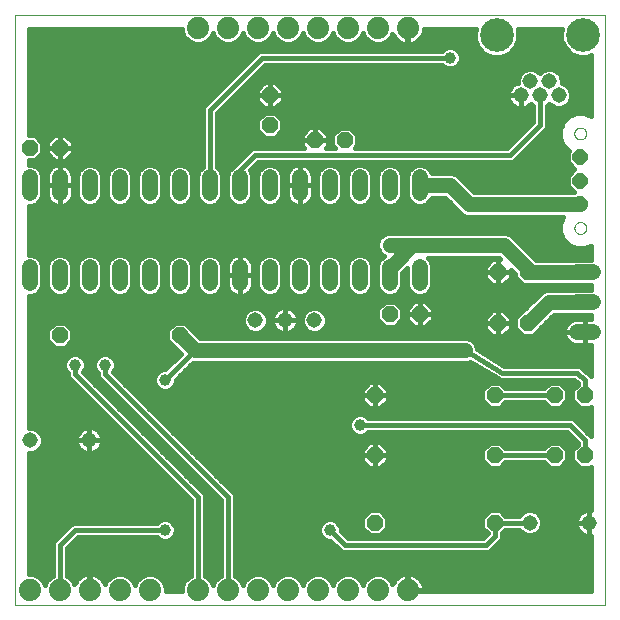
<source format=gbl>
G75*
%MOIN*%
%OFA0B0*%
%FSLAX25Y25*%
%IPPOS*%
%LPD*%
%AMOC8*
5,1,8,0,0,1.08239X$1,22.5*
%
%ADD10C,0.00000*%
%ADD11OC8,0.05200*%
%ADD12C,0.07400*%
%ADD13C,0.05150*%
%ADD14OC8,0.05150*%
%ADD15C,0.05200*%
%ADD16C,0.11220*%
%ADD17C,0.01600*%
%ADD18C,0.05000*%
%ADD19C,0.03962*%
D10*
X0001800Y0001800D02*
X0001800Y0198650D01*
X0198650Y0198650D01*
X0198650Y0001800D01*
X0001800Y0001800D01*
X0188331Y0127552D02*
X0188333Y0127640D01*
X0188339Y0127728D01*
X0188349Y0127816D01*
X0188363Y0127904D01*
X0188380Y0127990D01*
X0188402Y0128076D01*
X0188427Y0128160D01*
X0188457Y0128244D01*
X0188489Y0128326D01*
X0188526Y0128406D01*
X0188566Y0128485D01*
X0188610Y0128562D01*
X0188657Y0128637D01*
X0188707Y0128709D01*
X0188761Y0128780D01*
X0188817Y0128847D01*
X0188877Y0128913D01*
X0188939Y0128975D01*
X0189005Y0129035D01*
X0189072Y0129091D01*
X0189143Y0129145D01*
X0189215Y0129195D01*
X0189290Y0129242D01*
X0189367Y0129286D01*
X0189446Y0129326D01*
X0189526Y0129363D01*
X0189608Y0129395D01*
X0189692Y0129425D01*
X0189776Y0129450D01*
X0189862Y0129472D01*
X0189948Y0129489D01*
X0190036Y0129503D01*
X0190124Y0129513D01*
X0190212Y0129519D01*
X0190300Y0129521D01*
X0190388Y0129519D01*
X0190476Y0129513D01*
X0190564Y0129503D01*
X0190652Y0129489D01*
X0190738Y0129472D01*
X0190824Y0129450D01*
X0190908Y0129425D01*
X0190992Y0129395D01*
X0191074Y0129363D01*
X0191154Y0129326D01*
X0191233Y0129286D01*
X0191310Y0129242D01*
X0191385Y0129195D01*
X0191457Y0129145D01*
X0191528Y0129091D01*
X0191595Y0129035D01*
X0191661Y0128975D01*
X0191723Y0128913D01*
X0191783Y0128847D01*
X0191839Y0128780D01*
X0191893Y0128709D01*
X0191943Y0128637D01*
X0191990Y0128562D01*
X0192034Y0128485D01*
X0192074Y0128406D01*
X0192111Y0128326D01*
X0192143Y0128244D01*
X0192173Y0128160D01*
X0192198Y0128076D01*
X0192220Y0127990D01*
X0192237Y0127904D01*
X0192251Y0127816D01*
X0192261Y0127728D01*
X0192267Y0127640D01*
X0192269Y0127552D01*
X0192267Y0127464D01*
X0192261Y0127376D01*
X0192251Y0127288D01*
X0192237Y0127200D01*
X0192220Y0127114D01*
X0192198Y0127028D01*
X0192173Y0126944D01*
X0192143Y0126860D01*
X0192111Y0126778D01*
X0192074Y0126698D01*
X0192034Y0126619D01*
X0191990Y0126542D01*
X0191943Y0126467D01*
X0191893Y0126395D01*
X0191839Y0126324D01*
X0191783Y0126257D01*
X0191723Y0126191D01*
X0191661Y0126129D01*
X0191595Y0126069D01*
X0191528Y0126013D01*
X0191457Y0125959D01*
X0191385Y0125909D01*
X0191310Y0125862D01*
X0191233Y0125818D01*
X0191154Y0125778D01*
X0191074Y0125741D01*
X0190992Y0125709D01*
X0190908Y0125679D01*
X0190824Y0125654D01*
X0190738Y0125632D01*
X0190652Y0125615D01*
X0190564Y0125601D01*
X0190476Y0125591D01*
X0190388Y0125585D01*
X0190300Y0125583D01*
X0190212Y0125585D01*
X0190124Y0125591D01*
X0190036Y0125601D01*
X0189948Y0125615D01*
X0189862Y0125632D01*
X0189776Y0125654D01*
X0189692Y0125679D01*
X0189608Y0125709D01*
X0189526Y0125741D01*
X0189446Y0125778D01*
X0189367Y0125818D01*
X0189290Y0125862D01*
X0189215Y0125909D01*
X0189143Y0125959D01*
X0189072Y0126013D01*
X0189005Y0126069D01*
X0188939Y0126129D01*
X0188877Y0126191D01*
X0188817Y0126257D01*
X0188761Y0126324D01*
X0188707Y0126395D01*
X0188657Y0126467D01*
X0188610Y0126542D01*
X0188566Y0126619D01*
X0188526Y0126698D01*
X0188489Y0126778D01*
X0188457Y0126860D01*
X0188427Y0126944D01*
X0188402Y0127028D01*
X0188380Y0127114D01*
X0188363Y0127200D01*
X0188349Y0127288D01*
X0188339Y0127376D01*
X0188333Y0127464D01*
X0188331Y0127552D01*
X0188331Y0159048D02*
X0188333Y0159136D01*
X0188339Y0159224D01*
X0188349Y0159312D01*
X0188363Y0159400D01*
X0188380Y0159486D01*
X0188402Y0159572D01*
X0188427Y0159656D01*
X0188457Y0159740D01*
X0188489Y0159822D01*
X0188526Y0159902D01*
X0188566Y0159981D01*
X0188610Y0160058D01*
X0188657Y0160133D01*
X0188707Y0160205D01*
X0188761Y0160276D01*
X0188817Y0160343D01*
X0188877Y0160409D01*
X0188939Y0160471D01*
X0189005Y0160531D01*
X0189072Y0160587D01*
X0189143Y0160641D01*
X0189215Y0160691D01*
X0189290Y0160738D01*
X0189367Y0160782D01*
X0189446Y0160822D01*
X0189526Y0160859D01*
X0189608Y0160891D01*
X0189692Y0160921D01*
X0189776Y0160946D01*
X0189862Y0160968D01*
X0189948Y0160985D01*
X0190036Y0160999D01*
X0190124Y0161009D01*
X0190212Y0161015D01*
X0190300Y0161017D01*
X0190388Y0161015D01*
X0190476Y0161009D01*
X0190564Y0160999D01*
X0190652Y0160985D01*
X0190738Y0160968D01*
X0190824Y0160946D01*
X0190908Y0160921D01*
X0190992Y0160891D01*
X0191074Y0160859D01*
X0191154Y0160822D01*
X0191233Y0160782D01*
X0191310Y0160738D01*
X0191385Y0160691D01*
X0191457Y0160641D01*
X0191528Y0160587D01*
X0191595Y0160531D01*
X0191661Y0160471D01*
X0191723Y0160409D01*
X0191783Y0160343D01*
X0191839Y0160276D01*
X0191893Y0160205D01*
X0191943Y0160133D01*
X0191990Y0160058D01*
X0192034Y0159981D01*
X0192074Y0159902D01*
X0192111Y0159822D01*
X0192143Y0159740D01*
X0192173Y0159656D01*
X0192198Y0159572D01*
X0192220Y0159486D01*
X0192237Y0159400D01*
X0192251Y0159312D01*
X0192261Y0159224D01*
X0192267Y0159136D01*
X0192269Y0159048D01*
X0192267Y0158960D01*
X0192261Y0158872D01*
X0192251Y0158784D01*
X0192237Y0158696D01*
X0192220Y0158610D01*
X0192198Y0158524D01*
X0192173Y0158440D01*
X0192143Y0158356D01*
X0192111Y0158274D01*
X0192074Y0158194D01*
X0192034Y0158115D01*
X0191990Y0158038D01*
X0191943Y0157963D01*
X0191893Y0157891D01*
X0191839Y0157820D01*
X0191783Y0157753D01*
X0191723Y0157687D01*
X0191661Y0157625D01*
X0191595Y0157565D01*
X0191528Y0157509D01*
X0191457Y0157455D01*
X0191385Y0157405D01*
X0191310Y0157358D01*
X0191233Y0157314D01*
X0191154Y0157274D01*
X0191074Y0157237D01*
X0190992Y0157205D01*
X0190908Y0157175D01*
X0190824Y0157150D01*
X0190738Y0157128D01*
X0190652Y0157111D01*
X0190564Y0157097D01*
X0190476Y0157087D01*
X0190388Y0157081D01*
X0190300Y0157079D01*
X0190212Y0157081D01*
X0190124Y0157087D01*
X0190036Y0157097D01*
X0189948Y0157111D01*
X0189862Y0157128D01*
X0189776Y0157150D01*
X0189692Y0157175D01*
X0189608Y0157205D01*
X0189526Y0157237D01*
X0189446Y0157274D01*
X0189367Y0157314D01*
X0189290Y0157358D01*
X0189215Y0157405D01*
X0189143Y0157455D01*
X0189072Y0157509D01*
X0189005Y0157565D01*
X0188939Y0157625D01*
X0188877Y0157687D01*
X0188817Y0157753D01*
X0188761Y0157820D01*
X0188707Y0157891D01*
X0188657Y0157963D01*
X0188610Y0158038D01*
X0188566Y0158115D01*
X0188526Y0158194D01*
X0188489Y0158274D01*
X0188457Y0158356D01*
X0188427Y0158440D01*
X0188402Y0158524D01*
X0188380Y0158610D01*
X0188363Y0158696D01*
X0188349Y0158784D01*
X0188339Y0158872D01*
X0188333Y0158960D01*
X0188331Y0159048D01*
D11*
X0172800Y0112800D03*
X0162800Y0112800D03*
X0162860Y0095860D03*
X0172860Y0095860D03*
X0181800Y0071800D03*
X0191800Y0071800D03*
X0191800Y0051800D03*
X0181800Y0051800D03*
X0161800Y0051800D03*
X0161800Y0071800D03*
X0136800Y0098800D03*
X0126800Y0098800D03*
X0121800Y0071800D03*
X0121800Y0051800D03*
X0121800Y0029300D03*
X0161800Y0029300D03*
X0056800Y0091800D03*
X0016800Y0091800D03*
X0016800Y0154300D03*
X0006800Y0154300D03*
X0086800Y0161800D03*
X0086800Y0171800D03*
X0101800Y0156800D03*
X0111800Y0156800D03*
D12*
X0112800Y0194300D03*
X0102800Y0194300D03*
X0092800Y0194300D03*
X0082800Y0194300D03*
X0072800Y0194300D03*
X0062800Y0194300D03*
X0122800Y0194300D03*
X0132800Y0194300D03*
X0132800Y0006800D03*
X0122800Y0006800D03*
X0112800Y0006800D03*
X0102800Y0006800D03*
X0092800Y0006800D03*
X0082800Y0006800D03*
X0072800Y0006800D03*
X0062800Y0006800D03*
X0046800Y0006800D03*
X0036800Y0006800D03*
X0026800Y0006800D03*
X0016800Y0006800D03*
X0006800Y0006800D03*
D13*
X0006957Y0056800D03*
X0026643Y0056800D03*
X0081957Y0096800D03*
X0091800Y0096800D03*
X0101643Y0096800D03*
X0173457Y0029300D03*
X0193143Y0029300D03*
X0183099Y0171721D03*
X0179950Y0176446D03*
X0176800Y0171721D03*
X0173650Y0176446D03*
X0170501Y0171721D03*
D14*
X0190300Y0151174D03*
X0190300Y0143300D03*
X0190300Y0135426D03*
D15*
X0189280Y0112800D02*
X0194480Y0112800D01*
X0194480Y0102800D02*
X0189280Y0102800D01*
X0189280Y0092800D02*
X0194480Y0092800D01*
X0136800Y0109200D02*
X0136800Y0114400D01*
X0126800Y0114400D02*
X0126800Y0109200D01*
X0116800Y0109200D02*
X0116800Y0114400D01*
X0106800Y0114400D02*
X0106800Y0109200D01*
X0096800Y0109200D02*
X0096800Y0114400D01*
X0086800Y0114400D02*
X0086800Y0109200D01*
X0076800Y0109200D02*
X0076800Y0114400D01*
X0066800Y0114400D02*
X0066800Y0109200D01*
X0056800Y0109200D02*
X0056800Y0114400D01*
X0046800Y0114400D02*
X0046800Y0109200D01*
X0036800Y0109200D02*
X0036800Y0114400D01*
X0026800Y0114400D02*
X0026800Y0109200D01*
X0016800Y0109200D02*
X0016800Y0114400D01*
X0006800Y0114400D02*
X0006800Y0109200D01*
X0006800Y0139200D02*
X0006800Y0144400D01*
X0016800Y0144400D02*
X0016800Y0139200D01*
X0026800Y0139200D02*
X0026800Y0144400D01*
X0036800Y0144400D02*
X0036800Y0139200D01*
X0046800Y0139200D02*
X0046800Y0144400D01*
X0056800Y0144400D02*
X0056800Y0139200D01*
X0066800Y0139200D02*
X0066800Y0144400D01*
X0076800Y0144400D02*
X0076800Y0139200D01*
X0086800Y0139200D02*
X0086800Y0144400D01*
X0096800Y0144400D02*
X0096800Y0139200D01*
X0106800Y0139200D02*
X0106800Y0144400D01*
X0116800Y0144400D02*
X0116800Y0139200D01*
X0126800Y0139200D02*
X0126800Y0144400D01*
X0136800Y0144400D02*
X0136800Y0139200D01*
D16*
X0162430Y0191800D03*
X0191170Y0191800D03*
D17*
X0193850Y0185106D02*
X0193850Y0164904D01*
X0191646Y0165817D01*
X0188954Y0165817D01*
X0186466Y0164786D01*
X0184562Y0162882D01*
X0183531Y0160394D01*
X0183531Y0157702D01*
X0184562Y0155214D01*
X0186466Y0153310D01*
X0186513Y0153291D01*
X0186125Y0152903D01*
X0186125Y0149445D01*
X0188333Y0147237D01*
X0186125Y0145029D01*
X0186125Y0141571D01*
X0188170Y0139526D01*
X0154872Y0139526D01*
X0149122Y0145276D01*
X0147616Y0145900D01*
X0140725Y0145900D01*
X0140361Y0146779D01*
X0139179Y0147961D01*
X0137635Y0148600D01*
X0135965Y0148600D01*
X0134421Y0147961D01*
X0133239Y0146779D01*
X0132600Y0145235D01*
X0132600Y0138365D01*
X0133239Y0136821D01*
X0134421Y0135639D01*
X0135965Y0135000D01*
X0137635Y0135000D01*
X0139179Y0135639D01*
X0140361Y0136821D01*
X0140725Y0137700D01*
X0145102Y0137700D01*
X0150852Y0131950D01*
X0152358Y0131326D01*
X0184537Y0131326D01*
X0183531Y0128898D01*
X0183531Y0126206D01*
X0184562Y0123718D01*
X0186466Y0121814D01*
X0188954Y0120783D01*
X0191646Y0120783D01*
X0193850Y0121696D01*
X0193850Y0117000D01*
X0188445Y0117000D01*
X0188203Y0116900D01*
X0175498Y0116900D01*
X0168276Y0124122D01*
X0167122Y0125276D01*
X0165616Y0125900D01*
X0125984Y0125900D01*
X0124478Y0125276D01*
X0123324Y0124122D01*
X0122700Y0122616D01*
X0122700Y0120984D01*
X0123324Y0119478D01*
X0124478Y0118324D01*
X0124865Y0118164D01*
X0124833Y0118131D01*
X0124421Y0117961D01*
X0123239Y0116779D01*
X0122600Y0115235D01*
X0122600Y0108365D01*
X0123239Y0106821D01*
X0124421Y0105639D01*
X0125965Y0105000D01*
X0127635Y0105000D01*
X0129179Y0105639D01*
X0130361Y0106821D01*
X0131000Y0108365D01*
X0131000Y0112702D01*
X0132600Y0114302D01*
X0132600Y0108365D01*
X0133239Y0106821D01*
X0134421Y0105639D01*
X0135965Y0105000D01*
X0137635Y0105000D01*
X0139179Y0105639D01*
X0140361Y0106821D01*
X0141000Y0108365D01*
X0141000Y0115235D01*
X0140361Y0116779D01*
X0139440Y0117700D01*
X0163102Y0117700D01*
X0163602Y0117200D01*
X0162800Y0117200D01*
X0162800Y0112800D01*
X0167200Y0112800D01*
X0167200Y0113602D01*
X0168600Y0112202D01*
X0168600Y0111060D01*
X0171060Y0108600D01*
X0174540Y0108600D01*
X0174640Y0108700D01*
X0188203Y0108700D01*
X0188445Y0108600D01*
X0193850Y0108600D01*
X0193850Y0107000D01*
X0188445Y0107000D01*
X0188203Y0106900D01*
X0178984Y0106900D01*
X0177478Y0106276D01*
X0171262Y0100060D01*
X0171120Y0100060D01*
X0168660Y0097600D01*
X0168660Y0094120D01*
X0171120Y0091660D01*
X0174600Y0091660D01*
X0177060Y0094120D01*
X0177060Y0094262D01*
X0181498Y0098700D01*
X0188203Y0098700D01*
X0188445Y0098600D01*
X0193850Y0098600D01*
X0193850Y0097200D01*
X0191880Y0097200D01*
X0191880Y0092800D01*
X0191880Y0092800D01*
X0191880Y0088400D01*
X0193850Y0088400D01*
X0193850Y0078121D01*
X0193835Y0078159D01*
X0191335Y0080659D01*
X0190659Y0081335D01*
X0189777Y0081700D01*
X0164965Y0081700D01*
X0155900Y0087139D01*
X0155900Y0087616D01*
X0155276Y0089122D01*
X0154122Y0090276D01*
X0152616Y0090900D01*
X0063498Y0090900D01*
X0061000Y0093398D01*
X0061000Y0093540D01*
X0058540Y0096000D01*
X0055060Y0096000D01*
X0052600Y0093540D01*
X0052600Y0090060D01*
X0055060Y0087600D01*
X0055202Y0087600D01*
X0057204Y0085598D01*
X0051987Y0080381D01*
X0051088Y0080381D01*
X0049771Y0079836D01*
X0048764Y0078829D01*
X0048219Y0077512D01*
X0048219Y0076088D01*
X0048764Y0074771D01*
X0049771Y0073764D01*
X0051088Y0073219D01*
X0052512Y0073219D01*
X0053829Y0073764D01*
X0054836Y0074771D01*
X0055381Y0076088D01*
X0055381Y0076987D01*
X0061094Y0082700D01*
X0152616Y0082700D01*
X0153416Y0083032D01*
X0162812Y0077394D01*
X0162941Y0077265D01*
X0163218Y0077151D01*
X0163475Y0076996D01*
X0163655Y0076970D01*
X0163823Y0076900D01*
X0164122Y0076900D01*
X0164419Y0076856D01*
X0164595Y0076900D01*
X0188306Y0076900D01*
X0189400Y0075806D01*
X0189400Y0075340D01*
X0187600Y0073540D01*
X0187600Y0070060D01*
X0190060Y0067600D01*
X0193540Y0067600D01*
X0193850Y0067911D01*
X0193850Y0058121D01*
X0193835Y0058159D01*
X0188835Y0063159D01*
X0188159Y0063835D01*
X0187277Y0064200D01*
X0119464Y0064200D01*
X0118829Y0064836D01*
X0117512Y0065381D01*
X0116088Y0065381D01*
X0114771Y0064836D01*
X0113764Y0063829D01*
X0113219Y0062512D01*
X0113219Y0061088D01*
X0113764Y0059771D01*
X0114771Y0058764D01*
X0116088Y0058219D01*
X0117512Y0058219D01*
X0118829Y0058764D01*
X0119464Y0059400D01*
X0185806Y0059400D01*
X0189400Y0055806D01*
X0189400Y0055340D01*
X0187600Y0053540D01*
X0187600Y0050060D01*
X0190060Y0047600D01*
X0193540Y0047600D01*
X0193850Y0047911D01*
X0193850Y0033617D01*
X0193487Y0033675D01*
X0193143Y0033675D01*
X0193143Y0029300D01*
X0193143Y0024925D01*
X0193487Y0024925D01*
X0193850Y0024983D01*
X0193850Y0006600D01*
X0133000Y0006600D01*
X0133000Y0007000D01*
X0132600Y0007000D01*
X0132600Y0012300D01*
X0132367Y0012300D01*
X0131512Y0012165D01*
X0130689Y0011897D01*
X0129917Y0011504D01*
X0129217Y0010995D01*
X0128605Y0010383D01*
X0128096Y0009683D01*
X0127703Y0008911D01*
X0127685Y0008856D01*
X0127293Y0009802D01*
X0125802Y0011293D01*
X0123854Y0012100D01*
X0121746Y0012100D01*
X0119798Y0011293D01*
X0118307Y0009802D01*
X0117800Y0008578D01*
X0117293Y0009802D01*
X0115802Y0011293D01*
X0113854Y0012100D01*
X0111746Y0012100D01*
X0109798Y0011293D01*
X0108307Y0009802D01*
X0107800Y0008578D01*
X0107293Y0009802D01*
X0105802Y0011293D01*
X0103854Y0012100D01*
X0101746Y0012100D01*
X0099798Y0011293D01*
X0098307Y0009802D01*
X0097800Y0008578D01*
X0097293Y0009802D01*
X0095802Y0011293D01*
X0093854Y0012100D01*
X0091746Y0012100D01*
X0089798Y0011293D01*
X0088307Y0009802D01*
X0087800Y0008578D01*
X0087293Y0009802D01*
X0085802Y0011293D01*
X0083854Y0012100D01*
X0081746Y0012100D01*
X0079798Y0011293D01*
X0078307Y0009802D01*
X0077800Y0008578D01*
X0077293Y0009802D01*
X0075802Y0011293D01*
X0075200Y0011543D01*
X0075200Y0038277D01*
X0074835Y0039159D01*
X0074159Y0039835D01*
X0034529Y0079465D01*
X0034836Y0079771D01*
X0035381Y0081088D01*
X0035381Y0082512D01*
X0034836Y0083829D01*
X0033829Y0084836D01*
X0032512Y0085381D01*
X0031088Y0085381D01*
X0029771Y0084836D01*
X0028764Y0083829D01*
X0028219Y0082512D01*
X0028219Y0081088D01*
X0028764Y0079771D01*
X0029400Y0079136D01*
X0029400Y0078323D01*
X0029765Y0077441D01*
X0070400Y0036806D01*
X0070400Y0011543D01*
X0069798Y0011293D01*
X0068307Y0009802D01*
X0067800Y0008578D01*
X0067293Y0009802D01*
X0065802Y0011293D01*
X0065200Y0011543D01*
X0065200Y0038277D01*
X0064835Y0039159D01*
X0064159Y0039835D01*
X0024529Y0079465D01*
X0024836Y0079771D01*
X0025381Y0081088D01*
X0025381Y0082512D01*
X0024836Y0083829D01*
X0023829Y0084836D01*
X0022512Y0085381D01*
X0021088Y0085381D01*
X0019771Y0084836D01*
X0018764Y0083829D01*
X0018219Y0082512D01*
X0018219Y0081088D01*
X0018764Y0079771D01*
X0019400Y0079136D01*
X0019400Y0078323D01*
X0019765Y0077441D01*
X0060400Y0036806D01*
X0060400Y0011543D01*
X0059798Y0011293D01*
X0058307Y0009802D01*
X0057500Y0007854D01*
X0057500Y0006600D01*
X0052100Y0006600D01*
X0052100Y0007854D01*
X0051293Y0009802D01*
X0049802Y0011293D01*
X0047854Y0012100D01*
X0045746Y0012100D01*
X0043798Y0011293D01*
X0042307Y0009802D01*
X0041800Y0008578D01*
X0041293Y0009802D01*
X0039802Y0011293D01*
X0037854Y0012100D01*
X0035746Y0012100D01*
X0033798Y0011293D01*
X0032307Y0009802D01*
X0031915Y0008856D01*
X0031897Y0008911D01*
X0031504Y0009683D01*
X0030995Y0010383D01*
X0030383Y0010995D01*
X0029683Y0011504D01*
X0028911Y0011897D01*
X0028088Y0012165D01*
X0027233Y0012300D01*
X0027000Y0012300D01*
X0027000Y0007000D01*
X0026600Y0007000D01*
X0026600Y0012300D01*
X0026367Y0012300D01*
X0025512Y0012165D01*
X0024689Y0011897D01*
X0023917Y0011504D01*
X0023217Y0010995D01*
X0022605Y0010383D01*
X0022096Y0009683D01*
X0021703Y0008911D01*
X0021685Y0008856D01*
X0021293Y0009802D01*
X0019802Y0011293D01*
X0019200Y0011543D01*
X0019200Y0020806D01*
X0022794Y0024400D01*
X0049136Y0024400D01*
X0049771Y0023764D01*
X0051088Y0023219D01*
X0052512Y0023219D01*
X0053829Y0023764D01*
X0054836Y0024771D01*
X0055381Y0026088D01*
X0055381Y0027512D01*
X0054836Y0028829D01*
X0053829Y0029836D01*
X0052512Y0030381D01*
X0051088Y0030381D01*
X0049771Y0029836D01*
X0049136Y0029200D01*
X0021323Y0029200D01*
X0020441Y0028835D01*
X0015441Y0023835D01*
X0014765Y0023159D01*
X0014400Y0022277D01*
X0014400Y0011543D01*
X0013798Y0011293D01*
X0012307Y0009802D01*
X0011800Y0008578D01*
X0011293Y0009802D01*
X0009802Y0011293D01*
X0007854Y0012100D01*
X0006600Y0012100D01*
X0006600Y0052625D01*
X0007788Y0052625D01*
X0009322Y0053261D01*
X0010497Y0054435D01*
X0011132Y0055970D01*
X0011132Y0057630D01*
X0010497Y0059165D01*
X0009322Y0060339D01*
X0007788Y0060975D01*
X0006600Y0060975D01*
X0006600Y0105000D01*
X0007635Y0105000D01*
X0009179Y0105639D01*
X0010361Y0106821D01*
X0011000Y0108365D01*
X0011000Y0115235D01*
X0010361Y0116779D01*
X0009179Y0117961D01*
X0007635Y0118600D01*
X0006600Y0118600D01*
X0006600Y0135000D01*
X0007635Y0135000D01*
X0009179Y0135639D01*
X0010361Y0136821D01*
X0011000Y0138365D01*
X0011000Y0145235D01*
X0010361Y0146779D01*
X0009179Y0147961D01*
X0007635Y0148600D01*
X0006600Y0148600D01*
X0006600Y0150100D01*
X0008540Y0150100D01*
X0011000Y0152560D01*
X0011000Y0156040D01*
X0008540Y0158500D01*
X0006600Y0158500D01*
X0006600Y0193850D01*
X0057500Y0193850D01*
X0057500Y0193246D01*
X0058307Y0191298D01*
X0059798Y0189807D01*
X0061746Y0189000D01*
X0063854Y0189000D01*
X0065802Y0189807D01*
X0067293Y0191298D01*
X0067800Y0192522D01*
X0068307Y0191298D01*
X0069798Y0189807D01*
X0071746Y0189000D01*
X0073854Y0189000D01*
X0075802Y0189807D01*
X0077293Y0191298D01*
X0077800Y0192522D01*
X0078307Y0191298D01*
X0079798Y0189807D01*
X0081746Y0189000D01*
X0083854Y0189000D01*
X0085802Y0189807D01*
X0087293Y0191298D01*
X0087800Y0192522D01*
X0088307Y0191298D01*
X0089798Y0189807D01*
X0091746Y0189000D01*
X0093854Y0189000D01*
X0095802Y0189807D01*
X0097293Y0191298D01*
X0097800Y0192522D01*
X0098307Y0191298D01*
X0099798Y0189807D01*
X0101746Y0189000D01*
X0103854Y0189000D01*
X0105802Y0189807D01*
X0107293Y0191298D01*
X0107800Y0192522D01*
X0108307Y0191298D01*
X0109798Y0189807D01*
X0111746Y0189000D01*
X0113854Y0189000D01*
X0115802Y0189807D01*
X0117293Y0191298D01*
X0117800Y0192522D01*
X0118307Y0191298D01*
X0119798Y0189807D01*
X0121746Y0189000D01*
X0123854Y0189000D01*
X0125802Y0189807D01*
X0127293Y0191298D01*
X0127685Y0192244D01*
X0127703Y0192189D01*
X0128096Y0191417D01*
X0128605Y0190717D01*
X0129217Y0190105D01*
X0129917Y0189596D01*
X0130689Y0189203D01*
X0131512Y0188935D01*
X0132367Y0188800D01*
X0132600Y0188800D01*
X0132600Y0193850D01*
X0133000Y0193850D01*
X0133000Y0188800D01*
X0133233Y0188800D01*
X0134088Y0188935D01*
X0134911Y0189203D01*
X0135683Y0189596D01*
X0136383Y0190105D01*
X0136995Y0190717D01*
X0137504Y0191417D01*
X0137897Y0192189D01*
X0138165Y0193012D01*
X0138297Y0193850D01*
X0155475Y0193850D01*
X0155220Y0193234D01*
X0155220Y0190366D01*
X0156317Y0187716D01*
X0158346Y0185687D01*
X0160996Y0184590D01*
X0163864Y0184590D01*
X0166514Y0185687D01*
X0168542Y0187716D01*
X0169640Y0190366D01*
X0169640Y0193234D01*
X0169385Y0193850D01*
X0184215Y0193850D01*
X0183960Y0193234D01*
X0183960Y0190366D01*
X0185058Y0187716D01*
X0187086Y0185687D01*
X0189736Y0184590D01*
X0192604Y0184590D01*
X0193850Y0185106D01*
X0193850Y0184030D02*
X0150381Y0184030D01*
X0150381Y0183588D02*
X0149836Y0182271D01*
X0148829Y0181264D01*
X0147512Y0180719D01*
X0146088Y0180719D01*
X0144771Y0181264D01*
X0144136Y0181900D01*
X0085294Y0181900D01*
X0069200Y0165806D01*
X0069200Y0147940D01*
X0070361Y0146779D01*
X0071000Y0145235D01*
X0071000Y0138365D01*
X0070361Y0136821D01*
X0069179Y0135639D01*
X0067635Y0135000D01*
X0065965Y0135000D01*
X0064421Y0135639D01*
X0063239Y0136821D01*
X0062600Y0138365D01*
X0062600Y0145235D01*
X0063239Y0146779D01*
X0064400Y0147940D01*
X0064400Y0167277D01*
X0064765Y0168159D01*
X0065441Y0168835D01*
X0082265Y0185659D01*
X0082941Y0186335D01*
X0083823Y0186700D01*
X0144136Y0186700D01*
X0144771Y0187336D01*
X0146088Y0187881D01*
X0147512Y0187881D01*
X0148829Y0187336D01*
X0149836Y0186329D01*
X0150381Y0185012D01*
X0150381Y0183588D01*
X0149902Y0182432D02*
X0193850Y0182432D01*
X0193850Y0180833D02*
X0147788Y0180833D01*
X0145812Y0180833D02*
X0084227Y0180833D01*
X0082629Y0179235D02*
X0170535Y0179235D01*
X0170111Y0178810D02*
X0169476Y0177276D01*
X0169476Y0175988D01*
X0168821Y0175776D01*
X0168208Y0175463D01*
X0167651Y0175058D01*
X0167164Y0174571D01*
X0166759Y0174014D01*
X0166446Y0173401D01*
X0166234Y0172746D01*
X0166126Y0172066D01*
X0166126Y0171721D01*
X0166126Y0171377D01*
X0166234Y0170697D01*
X0166446Y0170042D01*
X0166759Y0169428D01*
X0167164Y0168871D01*
X0167651Y0168384D01*
X0168208Y0167980D01*
X0168821Y0167667D01*
X0169476Y0167454D01*
X0170156Y0167346D01*
X0170501Y0167346D01*
X0170845Y0167346D01*
X0171525Y0167454D01*
X0172180Y0167667D01*
X0172794Y0167980D01*
X0173351Y0168384D01*
X0173792Y0168825D01*
X0174400Y0168217D01*
X0174400Y0162794D01*
X0165806Y0154200D01*
X0115140Y0154200D01*
X0116000Y0155060D01*
X0116000Y0158540D01*
X0113540Y0161000D01*
X0110060Y0161000D01*
X0107600Y0158540D01*
X0107600Y0155060D01*
X0108460Y0154200D01*
X0105423Y0154200D01*
X0106200Y0154977D01*
X0106200Y0156800D01*
X0106200Y0158623D01*
X0103623Y0161200D01*
X0101800Y0161200D01*
X0101800Y0156800D01*
X0101800Y0156800D01*
X0106200Y0156800D01*
X0101800Y0156800D01*
X0101800Y0156800D01*
X0101800Y0156800D01*
X0097400Y0156800D01*
X0097400Y0158623D01*
X0099977Y0161200D01*
X0101800Y0161200D01*
X0101800Y0156800D01*
X0097400Y0156800D01*
X0097400Y0154977D01*
X0098177Y0154200D01*
X0081323Y0154200D01*
X0080441Y0153835D01*
X0075441Y0148835D01*
X0074765Y0148159D01*
X0074737Y0148092D01*
X0074421Y0147961D01*
X0073239Y0146779D01*
X0072600Y0145235D01*
X0072600Y0138365D01*
X0073239Y0136821D01*
X0074421Y0135639D01*
X0075965Y0135000D01*
X0077635Y0135000D01*
X0079179Y0135639D01*
X0080361Y0136821D01*
X0081000Y0138365D01*
X0081000Y0145235D01*
X0080361Y0146779D01*
X0080267Y0146873D01*
X0082794Y0149400D01*
X0167277Y0149400D01*
X0168159Y0149765D01*
X0178159Y0159765D01*
X0178835Y0160441D01*
X0179200Y0161323D01*
X0179200Y0168217D01*
X0179950Y0168967D01*
X0180734Y0168182D01*
X0182269Y0167546D01*
X0183930Y0167546D01*
X0185464Y0168182D01*
X0186638Y0169356D01*
X0187274Y0170891D01*
X0187274Y0172552D01*
X0186638Y0174086D01*
X0185464Y0175260D01*
X0184124Y0175815D01*
X0184124Y0177276D01*
X0183489Y0178810D01*
X0182314Y0179985D01*
X0180780Y0180620D01*
X0179119Y0180620D01*
X0177585Y0179985D01*
X0176800Y0179200D01*
X0176015Y0179985D01*
X0174481Y0180620D01*
X0172820Y0180620D01*
X0171286Y0179985D01*
X0170111Y0178810D01*
X0169625Y0177636D02*
X0081030Y0177636D01*
X0079432Y0176038D02*
X0084815Y0176038D01*
X0084977Y0176200D02*
X0082400Y0173623D01*
X0082400Y0171800D01*
X0086800Y0171800D01*
X0086800Y0171800D01*
X0086800Y0176200D01*
X0088623Y0176200D01*
X0091200Y0173623D01*
X0091200Y0171800D01*
X0086800Y0171800D01*
X0086800Y0171800D01*
X0086800Y0171800D01*
X0086800Y0176200D01*
X0084977Y0176200D01*
X0086800Y0176038D02*
X0086800Y0176038D01*
X0086800Y0174439D02*
X0086800Y0174439D01*
X0086800Y0172841D02*
X0086800Y0172841D01*
X0086800Y0171800D02*
X0082400Y0171800D01*
X0082400Y0169977D01*
X0084977Y0167400D01*
X0086800Y0167400D01*
X0088623Y0167400D01*
X0091200Y0169977D01*
X0091200Y0171800D01*
X0086800Y0171800D01*
X0086800Y0167400D01*
X0086800Y0171800D01*
X0086800Y0171800D01*
X0086800Y0171242D02*
X0086800Y0171242D01*
X0086800Y0169644D02*
X0086800Y0169644D01*
X0086800Y0168045D02*
X0086800Y0168045D01*
X0089268Y0168045D02*
X0168118Y0168045D01*
X0166649Y0169644D02*
X0090866Y0169644D01*
X0091200Y0171242D02*
X0166147Y0171242D01*
X0166126Y0171721D02*
X0170501Y0171721D01*
X0170501Y0167346D01*
X0170501Y0171721D01*
X0170501Y0171721D01*
X0170501Y0171721D01*
X0166126Y0171721D01*
X0166265Y0172841D02*
X0091200Y0172841D01*
X0090383Y0174439D02*
X0167068Y0174439D01*
X0169476Y0176038D02*
X0088785Y0176038D01*
X0083217Y0174439D02*
X0077833Y0174439D01*
X0076235Y0172841D02*
X0082400Y0172841D01*
X0082400Y0171242D02*
X0074636Y0171242D01*
X0073038Y0169644D02*
X0082734Y0169644D01*
X0084332Y0168045D02*
X0071439Y0168045D01*
X0069841Y0166447D02*
X0174400Y0166447D01*
X0174400Y0168045D02*
X0172884Y0168045D01*
X0174400Y0164848D02*
X0089692Y0164848D01*
X0088540Y0166000D02*
X0085060Y0166000D01*
X0082600Y0163540D01*
X0082600Y0160060D01*
X0085060Y0157600D01*
X0088540Y0157600D01*
X0091000Y0160060D01*
X0091000Y0163540D01*
X0088540Y0166000D01*
X0091000Y0163250D02*
X0174400Y0163250D01*
X0173257Y0161651D02*
X0091000Y0161651D01*
X0090992Y0160053D02*
X0098830Y0160053D01*
X0097400Y0158454D02*
X0089394Y0158454D01*
X0084206Y0158454D02*
X0069200Y0158454D01*
X0069200Y0156856D02*
X0097400Y0156856D01*
X0097400Y0155257D02*
X0069200Y0155257D01*
X0069200Y0153659D02*
X0080264Y0153659D01*
X0078666Y0152060D02*
X0069200Y0152060D01*
X0069200Y0150462D02*
X0077067Y0150462D01*
X0075469Y0148863D02*
X0069200Y0148863D01*
X0069875Y0147265D02*
X0073725Y0147265D01*
X0072778Y0145666D02*
X0070822Y0145666D01*
X0071000Y0144068D02*
X0072600Y0144068D01*
X0072600Y0142469D02*
X0071000Y0142469D01*
X0071000Y0140870D02*
X0072600Y0140870D01*
X0072600Y0139272D02*
X0071000Y0139272D01*
X0070714Y0137673D02*
X0072886Y0137673D01*
X0073985Y0136075D02*
X0069615Y0136075D01*
X0063985Y0136075D02*
X0059615Y0136075D01*
X0059179Y0135639D02*
X0060361Y0136821D01*
X0061000Y0138365D01*
X0061000Y0145235D01*
X0060361Y0146779D01*
X0059179Y0147961D01*
X0057635Y0148600D01*
X0055965Y0148600D01*
X0054421Y0147961D01*
X0053239Y0146779D01*
X0052600Y0145235D01*
X0052600Y0138365D01*
X0053239Y0136821D01*
X0054421Y0135639D01*
X0055965Y0135000D01*
X0057635Y0135000D01*
X0059179Y0135639D01*
X0060714Y0137673D02*
X0062886Y0137673D01*
X0062600Y0139272D02*
X0061000Y0139272D01*
X0061000Y0140870D02*
X0062600Y0140870D01*
X0062600Y0142469D02*
X0061000Y0142469D01*
X0061000Y0144068D02*
X0062600Y0144068D01*
X0062778Y0145666D02*
X0060822Y0145666D01*
X0059875Y0147265D02*
X0063725Y0147265D01*
X0064400Y0148863D02*
X0006600Y0148863D01*
X0008901Y0150462D02*
X0014416Y0150462D01*
X0014977Y0149900D02*
X0016800Y0149900D01*
X0018623Y0149900D01*
X0021200Y0152477D01*
X0021200Y0154300D01*
X0021200Y0156123D01*
X0018623Y0158700D01*
X0016800Y0158700D01*
X0016800Y0154300D01*
X0021200Y0154300D01*
X0016800Y0154300D01*
X0016800Y0154300D01*
X0016800Y0154300D01*
X0016800Y0149900D01*
X0016800Y0154300D01*
X0016800Y0154300D01*
X0016800Y0154300D01*
X0012400Y0154300D01*
X0012400Y0156123D01*
X0014977Y0158700D01*
X0016800Y0158700D01*
X0016800Y0154300D01*
X0012400Y0154300D01*
X0012400Y0152477D01*
X0014977Y0149900D01*
X0015111Y0148478D02*
X0015770Y0148692D01*
X0016454Y0148800D01*
X0016800Y0148800D01*
X0016800Y0141800D01*
X0021200Y0141800D01*
X0021200Y0144746D01*
X0021092Y0145430D01*
X0020878Y0146089D01*
X0020563Y0146706D01*
X0020156Y0147266D01*
X0019666Y0147756D01*
X0019106Y0148163D01*
X0018489Y0148478D01*
X0017830Y0148692D01*
X0017146Y0148800D01*
X0016800Y0148800D01*
X0016800Y0141800D01*
X0016800Y0141800D01*
X0016800Y0141800D01*
X0021200Y0141800D01*
X0021200Y0138854D01*
X0021092Y0138170D01*
X0020878Y0137511D01*
X0020563Y0136894D01*
X0020156Y0136334D01*
X0019666Y0135844D01*
X0019106Y0135437D01*
X0018489Y0135122D01*
X0017830Y0134908D01*
X0017146Y0134800D01*
X0016800Y0134800D01*
X0016800Y0141800D01*
X0016800Y0141800D01*
X0016800Y0141800D01*
X0012400Y0141800D01*
X0012400Y0144746D01*
X0012508Y0145430D01*
X0012722Y0146089D01*
X0013037Y0146706D01*
X0013444Y0147266D01*
X0013934Y0147756D01*
X0014494Y0148163D01*
X0015111Y0148478D01*
X0013443Y0147265D02*
X0009875Y0147265D01*
X0010822Y0145666D02*
X0012585Y0145666D01*
X0012400Y0144068D02*
X0011000Y0144068D01*
X0011000Y0142469D02*
X0012400Y0142469D01*
X0012400Y0141800D02*
X0012400Y0138854D01*
X0012508Y0138170D01*
X0012722Y0137511D01*
X0013037Y0136894D01*
X0013444Y0136334D01*
X0013934Y0135844D01*
X0014494Y0135437D01*
X0015111Y0135122D01*
X0015770Y0134908D01*
X0016454Y0134800D01*
X0016800Y0134800D01*
X0016800Y0141800D01*
X0012400Y0141800D01*
X0012400Y0140870D02*
X0011000Y0140870D01*
X0011000Y0139272D02*
X0012400Y0139272D01*
X0012670Y0137673D02*
X0010714Y0137673D01*
X0009615Y0136075D02*
X0013702Y0136075D01*
X0016800Y0136075D02*
X0016800Y0136075D01*
X0016800Y0137673D02*
X0016800Y0137673D01*
X0016800Y0139272D02*
X0016800Y0139272D01*
X0016800Y0140870D02*
X0016800Y0140870D01*
X0016800Y0142469D02*
X0016800Y0142469D01*
X0016800Y0144068D02*
X0016800Y0144068D01*
X0016800Y0145666D02*
X0016800Y0145666D01*
X0016800Y0147265D02*
X0016800Y0147265D01*
X0016800Y0150462D02*
X0016800Y0150462D01*
X0016800Y0152060D02*
X0016800Y0152060D01*
X0016800Y0153659D02*
X0016800Y0153659D01*
X0016800Y0155257D02*
X0016800Y0155257D01*
X0016800Y0156856D02*
X0016800Y0156856D01*
X0016800Y0158454D02*
X0016800Y0158454D01*
X0018868Y0158454D02*
X0064400Y0158454D01*
X0064400Y0156856D02*
X0020467Y0156856D01*
X0021200Y0155257D02*
X0064400Y0155257D01*
X0064400Y0153659D02*
X0021200Y0153659D01*
X0020783Y0152060D02*
X0064400Y0152060D01*
X0064400Y0150462D02*
X0019184Y0150462D01*
X0020157Y0147265D02*
X0023725Y0147265D01*
X0023239Y0146779D02*
X0022600Y0145235D01*
X0022600Y0138365D01*
X0023239Y0136821D01*
X0024421Y0135639D01*
X0025965Y0135000D01*
X0027635Y0135000D01*
X0029179Y0135639D01*
X0030361Y0136821D01*
X0031000Y0138365D01*
X0031000Y0145235D01*
X0030361Y0146779D01*
X0029179Y0147961D01*
X0027635Y0148600D01*
X0025965Y0148600D01*
X0024421Y0147961D01*
X0023239Y0146779D01*
X0022778Y0145666D02*
X0021015Y0145666D01*
X0021200Y0144068D02*
X0022600Y0144068D01*
X0022600Y0142469D02*
X0021200Y0142469D01*
X0021200Y0140870D02*
X0022600Y0140870D01*
X0022600Y0139272D02*
X0021200Y0139272D01*
X0020930Y0137673D02*
X0022886Y0137673D01*
X0023985Y0136075D02*
X0019897Y0136075D01*
X0029615Y0136075D02*
X0033985Y0136075D01*
X0034421Y0135639D02*
X0033239Y0136821D01*
X0032600Y0138365D01*
X0032600Y0145235D01*
X0033239Y0146779D01*
X0034421Y0147961D01*
X0035965Y0148600D01*
X0037635Y0148600D01*
X0039179Y0147961D01*
X0040361Y0146779D01*
X0041000Y0145235D01*
X0041000Y0138365D01*
X0040361Y0136821D01*
X0039179Y0135639D01*
X0037635Y0135000D01*
X0035965Y0135000D01*
X0034421Y0135639D01*
X0032886Y0137673D02*
X0030714Y0137673D01*
X0031000Y0139272D02*
X0032600Y0139272D01*
X0032600Y0140870D02*
X0031000Y0140870D01*
X0031000Y0142469D02*
X0032600Y0142469D01*
X0032600Y0144068D02*
X0031000Y0144068D01*
X0030822Y0145666D02*
X0032778Y0145666D01*
X0033725Y0147265D02*
X0029875Y0147265D01*
X0039875Y0147265D02*
X0043725Y0147265D01*
X0043239Y0146779D02*
X0042600Y0145235D01*
X0042600Y0138365D01*
X0043239Y0136821D01*
X0044421Y0135639D01*
X0045965Y0135000D01*
X0047635Y0135000D01*
X0049179Y0135639D01*
X0050361Y0136821D01*
X0051000Y0138365D01*
X0051000Y0145235D01*
X0050361Y0146779D01*
X0049179Y0147961D01*
X0047635Y0148600D01*
X0045965Y0148600D01*
X0044421Y0147961D01*
X0043239Y0146779D01*
X0042778Y0145666D02*
X0040822Y0145666D01*
X0041000Y0144068D02*
X0042600Y0144068D01*
X0042600Y0142469D02*
X0041000Y0142469D01*
X0041000Y0140870D02*
X0042600Y0140870D01*
X0042600Y0139272D02*
X0041000Y0139272D01*
X0040714Y0137673D02*
X0042886Y0137673D01*
X0043985Y0136075D02*
X0039615Y0136075D01*
X0049615Y0136075D02*
X0053985Y0136075D01*
X0052886Y0137673D02*
X0050714Y0137673D01*
X0051000Y0139272D02*
X0052600Y0139272D01*
X0052600Y0140870D02*
X0051000Y0140870D01*
X0051000Y0142469D02*
X0052600Y0142469D01*
X0052600Y0144068D02*
X0051000Y0144068D01*
X0050822Y0145666D02*
X0052778Y0145666D01*
X0053725Y0147265D02*
X0049875Y0147265D01*
X0064400Y0160053D02*
X0006600Y0160053D01*
X0006600Y0161651D02*
X0064400Y0161651D01*
X0064400Y0163250D02*
X0006600Y0163250D01*
X0006600Y0164848D02*
X0064400Y0164848D01*
X0064400Y0166447D02*
X0006600Y0166447D01*
X0006600Y0168045D02*
X0064718Y0168045D01*
X0066250Y0169644D02*
X0006600Y0169644D01*
X0006600Y0171242D02*
X0067848Y0171242D01*
X0069447Y0172841D02*
X0006600Y0172841D01*
X0006600Y0174439D02*
X0071045Y0174439D01*
X0072644Y0176038D02*
X0006600Y0176038D01*
X0006600Y0177636D02*
X0074242Y0177636D01*
X0075841Y0179235D02*
X0006600Y0179235D01*
X0006600Y0180833D02*
X0077439Y0180833D01*
X0079038Y0182432D02*
X0006600Y0182432D01*
X0006600Y0184030D02*
X0080636Y0184030D01*
X0082235Y0185629D02*
X0006600Y0185629D01*
X0006600Y0187227D02*
X0144663Y0187227D01*
X0146800Y0184300D02*
X0084300Y0184300D01*
X0066800Y0166800D01*
X0066800Y0141800D01*
X0076800Y0141800D02*
X0076800Y0146800D01*
X0081800Y0151800D01*
X0166800Y0151800D01*
X0176800Y0161800D01*
X0176800Y0171721D01*
X0179200Y0168045D02*
X0181065Y0168045D01*
X0179200Y0166447D02*
X0193850Y0166447D01*
X0193850Y0168045D02*
X0185134Y0168045D01*
X0186757Y0169644D02*
X0193850Y0169644D01*
X0193850Y0171242D02*
X0187274Y0171242D01*
X0187154Y0172841D02*
X0193850Y0172841D01*
X0193850Y0174439D02*
X0186285Y0174439D01*
X0184124Y0176038D02*
X0193850Y0176038D01*
X0193850Y0177636D02*
X0183975Y0177636D01*
X0183065Y0179235D02*
X0193850Y0179235D01*
X0187227Y0185629D02*
X0166373Y0185629D01*
X0168054Y0187227D02*
X0185546Y0187227D01*
X0184598Y0188826D02*
X0169002Y0188826D01*
X0169640Y0190424D02*
X0183960Y0190424D01*
X0183960Y0192023D02*
X0169640Y0192023D01*
X0169480Y0193621D02*
X0184120Y0193621D01*
X0176835Y0179235D02*
X0176765Y0179235D01*
X0170501Y0171242D02*
X0170501Y0171242D01*
X0170501Y0169644D02*
X0170501Y0169644D01*
X0170501Y0168045D02*
X0170501Y0168045D01*
X0171659Y0160053D02*
X0114487Y0160053D01*
X0116000Y0158454D02*
X0170060Y0158454D01*
X0168461Y0156856D02*
X0116000Y0156856D01*
X0116000Y0155257D02*
X0166863Y0155257D01*
X0170454Y0152060D02*
X0186125Y0152060D01*
X0186125Y0150462D02*
X0168856Y0150462D01*
X0172053Y0153659D02*
X0186117Y0153659D01*
X0184544Y0155257D02*
X0173651Y0155257D01*
X0175250Y0156856D02*
X0183882Y0156856D01*
X0183531Y0158454D02*
X0176848Y0158454D01*
X0178447Y0160053D02*
X0183531Y0160053D01*
X0184052Y0161651D02*
X0179200Y0161651D01*
X0179200Y0163250D02*
X0184930Y0163250D01*
X0186616Y0164848D02*
X0179200Y0164848D01*
X0186707Y0148863D02*
X0082257Y0148863D01*
X0083725Y0147265D02*
X0080659Y0147265D01*
X0080822Y0145666D02*
X0082778Y0145666D01*
X0082600Y0145235D02*
X0083239Y0146779D01*
X0084421Y0147961D01*
X0085965Y0148600D01*
X0087635Y0148600D01*
X0089179Y0147961D01*
X0090361Y0146779D01*
X0091000Y0145235D01*
X0091000Y0138365D01*
X0090361Y0136821D01*
X0089179Y0135639D01*
X0087635Y0135000D01*
X0085965Y0135000D01*
X0084421Y0135639D01*
X0083239Y0136821D01*
X0082600Y0138365D01*
X0082600Y0145235D01*
X0082600Y0144068D02*
X0081000Y0144068D01*
X0081000Y0142469D02*
X0082600Y0142469D01*
X0082600Y0140870D02*
X0081000Y0140870D01*
X0081000Y0139272D02*
X0082600Y0139272D01*
X0082886Y0137673D02*
X0080714Y0137673D01*
X0079615Y0136075D02*
X0083985Y0136075D01*
X0089615Y0136075D02*
X0093702Y0136075D01*
X0093934Y0135844D02*
X0094494Y0135437D01*
X0095111Y0135122D01*
X0095770Y0134908D01*
X0096454Y0134800D01*
X0096800Y0134800D01*
X0097146Y0134800D01*
X0097830Y0134908D01*
X0098489Y0135122D01*
X0099106Y0135437D01*
X0099666Y0135844D01*
X0100156Y0136334D01*
X0100563Y0136894D01*
X0100878Y0137511D01*
X0101092Y0138170D01*
X0101200Y0138854D01*
X0101200Y0141800D01*
X0101200Y0144746D01*
X0101092Y0145430D01*
X0100878Y0146089D01*
X0100563Y0146706D01*
X0100156Y0147266D01*
X0099666Y0147756D01*
X0099106Y0148163D01*
X0098489Y0148478D01*
X0097830Y0148692D01*
X0097146Y0148800D01*
X0096800Y0148800D01*
X0096800Y0141800D01*
X0101200Y0141800D01*
X0096800Y0141800D01*
X0096800Y0141800D01*
X0096800Y0141800D01*
X0096800Y0134800D01*
X0096800Y0141800D01*
X0096800Y0141800D01*
X0096800Y0141800D01*
X0092400Y0141800D01*
X0092400Y0144746D01*
X0092508Y0145430D01*
X0092722Y0146089D01*
X0093037Y0146706D01*
X0093444Y0147266D01*
X0093934Y0147756D01*
X0094494Y0148163D01*
X0095111Y0148478D01*
X0095770Y0148692D01*
X0096454Y0148800D01*
X0096800Y0148800D01*
X0096800Y0141800D01*
X0092400Y0141800D01*
X0092400Y0138854D01*
X0092508Y0138170D01*
X0092722Y0137511D01*
X0093037Y0136894D01*
X0093444Y0136334D01*
X0093934Y0135844D01*
X0092670Y0137673D02*
X0090714Y0137673D01*
X0091000Y0139272D02*
X0092400Y0139272D01*
X0092400Y0140870D02*
X0091000Y0140870D01*
X0091000Y0142469D02*
X0092400Y0142469D01*
X0092400Y0144068D02*
X0091000Y0144068D01*
X0090822Y0145666D02*
X0092585Y0145666D01*
X0093443Y0147265D02*
X0089875Y0147265D01*
X0096800Y0147265D02*
X0096800Y0147265D01*
X0096800Y0145666D02*
X0096800Y0145666D01*
X0096800Y0144068D02*
X0096800Y0144068D01*
X0096800Y0142469D02*
X0096800Y0142469D01*
X0096800Y0140870D02*
X0096800Y0140870D01*
X0096800Y0139272D02*
X0096800Y0139272D01*
X0096800Y0137673D02*
X0096800Y0137673D01*
X0096800Y0136075D02*
X0096800Y0136075D01*
X0099897Y0136075D02*
X0103985Y0136075D01*
X0104421Y0135639D02*
X0105965Y0135000D01*
X0107635Y0135000D01*
X0109179Y0135639D01*
X0110361Y0136821D01*
X0111000Y0138365D01*
X0111000Y0145235D01*
X0110361Y0146779D01*
X0109179Y0147961D01*
X0107635Y0148600D01*
X0105965Y0148600D01*
X0104421Y0147961D01*
X0103239Y0146779D01*
X0102600Y0145235D01*
X0102600Y0138365D01*
X0103239Y0136821D01*
X0104421Y0135639D01*
X0102886Y0137673D02*
X0100930Y0137673D01*
X0101200Y0139272D02*
X0102600Y0139272D01*
X0102600Y0140870D02*
X0101200Y0140870D01*
X0101200Y0142469D02*
X0102600Y0142469D01*
X0102600Y0144068D02*
X0101200Y0144068D01*
X0101015Y0145666D02*
X0102778Y0145666D01*
X0103725Y0147265D02*
X0100157Y0147265D01*
X0106200Y0155257D02*
X0107600Y0155257D01*
X0107600Y0156856D02*
X0106200Y0156856D01*
X0106200Y0158454D02*
X0107600Y0158454D01*
X0109113Y0160053D02*
X0104770Y0160053D01*
X0101800Y0160053D02*
X0101800Y0160053D01*
X0101800Y0158454D02*
X0101800Y0158454D01*
X0101800Y0156856D02*
X0101800Y0156856D01*
X0109875Y0147265D02*
X0113725Y0147265D01*
X0113239Y0146779D02*
X0112600Y0145235D01*
X0112600Y0138365D01*
X0113239Y0136821D01*
X0114421Y0135639D01*
X0115965Y0135000D01*
X0117635Y0135000D01*
X0119179Y0135639D01*
X0120361Y0136821D01*
X0121000Y0138365D01*
X0121000Y0145235D01*
X0120361Y0146779D01*
X0119179Y0147961D01*
X0117635Y0148600D01*
X0115965Y0148600D01*
X0114421Y0147961D01*
X0113239Y0146779D01*
X0112778Y0145666D02*
X0110822Y0145666D01*
X0111000Y0144068D02*
X0112600Y0144068D01*
X0112600Y0142469D02*
X0111000Y0142469D01*
X0111000Y0140870D02*
X0112600Y0140870D01*
X0112600Y0139272D02*
X0111000Y0139272D01*
X0110714Y0137673D02*
X0112886Y0137673D01*
X0113985Y0136075D02*
X0109615Y0136075D01*
X0119615Y0136075D02*
X0123985Y0136075D01*
X0124421Y0135639D02*
X0125965Y0135000D01*
X0127635Y0135000D01*
X0129179Y0135639D01*
X0130361Y0136821D01*
X0131000Y0138365D01*
X0131000Y0145235D01*
X0130361Y0146779D01*
X0129179Y0147961D01*
X0127635Y0148600D01*
X0125965Y0148600D01*
X0124421Y0147961D01*
X0123239Y0146779D01*
X0122600Y0145235D01*
X0122600Y0138365D01*
X0123239Y0136821D01*
X0124421Y0135639D01*
X0122886Y0137673D02*
X0120714Y0137673D01*
X0121000Y0139272D02*
X0122600Y0139272D01*
X0122600Y0140870D02*
X0121000Y0140870D01*
X0121000Y0142469D02*
X0122600Y0142469D01*
X0122600Y0144068D02*
X0121000Y0144068D01*
X0120822Y0145666D02*
X0122778Y0145666D01*
X0123725Y0147265D02*
X0119875Y0147265D01*
X0129875Y0147265D02*
X0133725Y0147265D01*
X0132778Y0145666D02*
X0130822Y0145666D01*
X0131000Y0144068D02*
X0132600Y0144068D01*
X0132600Y0142469D02*
X0131000Y0142469D01*
X0131000Y0140870D02*
X0132600Y0140870D01*
X0132600Y0139272D02*
X0131000Y0139272D01*
X0130714Y0137673D02*
X0132886Y0137673D01*
X0133985Y0136075D02*
X0129615Y0136075D01*
X0139615Y0136075D02*
X0146727Y0136075D01*
X0148325Y0134476D02*
X0006600Y0134476D01*
X0006600Y0132878D02*
X0149924Y0132878D01*
X0145128Y0137673D02*
X0140714Y0137673D01*
X0148180Y0145666D02*
X0186762Y0145666D01*
X0186125Y0144068D02*
X0150331Y0144068D01*
X0151929Y0142469D02*
X0186125Y0142469D01*
X0186825Y0140870D02*
X0153528Y0140870D01*
X0139875Y0147265D02*
X0188305Y0147265D01*
X0184518Y0131279D02*
X0006600Y0131279D01*
X0006600Y0129681D02*
X0183856Y0129681D01*
X0183531Y0128082D02*
X0006600Y0128082D01*
X0006600Y0126484D02*
X0183531Y0126484D01*
X0184078Y0124885D02*
X0167513Y0124885D01*
X0169111Y0123287D02*
X0184993Y0123287D01*
X0186769Y0121688D02*
X0170710Y0121688D01*
X0172308Y0120090D02*
X0193850Y0120090D01*
X0193831Y0121688D02*
X0193850Y0121688D01*
X0193850Y0118491D02*
X0173907Y0118491D01*
X0167200Y0112800D02*
X0162800Y0112800D01*
X0162800Y0112800D01*
X0162800Y0112800D01*
X0162800Y0108400D01*
X0164623Y0108400D01*
X0167200Y0110977D01*
X0167200Y0112800D01*
X0167200Y0112097D02*
X0168600Y0112097D01*
X0169162Y0110499D02*
X0166721Y0110499D01*
X0165123Y0108900D02*
X0170760Y0108900D01*
X0175306Y0104105D02*
X0006600Y0104105D01*
X0006600Y0102506D02*
X0124567Y0102506D01*
X0125060Y0103000D02*
X0122600Y0100540D01*
X0122600Y0097060D01*
X0125060Y0094600D01*
X0128540Y0094600D01*
X0131000Y0097060D01*
X0131000Y0100540D01*
X0128540Y0103000D01*
X0125060Y0103000D01*
X0124357Y0105703D02*
X0119243Y0105703D01*
X0119179Y0105639D02*
X0120361Y0106821D01*
X0121000Y0108365D01*
X0121000Y0115235D01*
X0120361Y0116779D01*
X0119179Y0117961D01*
X0117635Y0118600D01*
X0115965Y0118600D01*
X0114421Y0117961D01*
X0113239Y0116779D01*
X0112600Y0115235D01*
X0112600Y0108365D01*
X0113239Y0106821D01*
X0114421Y0105639D01*
X0115965Y0105000D01*
X0117635Y0105000D01*
X0119179Y0105639D01*
X0120560Y0107302D02*
X0123040Y0107302D01*
X0122600Y0108900D02*
X0121000Y0108900D01*
X0121000Y0110499D02*
X0122600Y0110499D01*
X0122600Y0112097D02*
X0121000Y0112097D01*
X0121000Y0113696D02*
X0122600Y0113696D01*
X0122624Y0115294D02*
X0120976Y0115294D01*
X0120247Y0116893D02*
X0123353Y0116893D01*
X0124310Y0118491D02*
X0117898Y0118491D01*
X0115702Y0118491D02*
X0107898Y0118491D01*
X0107635Y0118600D02*
X0105965Y0118600D01*
X0104421Y0117961D01*
X0103239Y0116779D01*
X0102600Y0115235D01*
X0102600Y0108365D01*
X0103239Y0106821D01*
X0104421Y0105639D01*
X0105965Y0105000D01*
X0107635Y0105000D01*
X0109179Y0105639D01*
X0110361Y0106821D01*
X0111000Y0108365D01*
X0111000Y0115235D01*
X0110361Y0116779D01*
X0109179Y0117961D01*
X0107635Y0118600D01*
X0105702Y0118491D02*
X0097898Y0118491D01*
X0097635Y0118600D02*
X0095965Y0118600D01*
X0094421Y0117961D01*
X0093239Y0116779D01*
X0092600Y0115235D01*
X0092600Y0108365D01*
X0093239Y0106821D01*
X0094421Y0105639D01*
X0095965Y0105000D01*
X0097635Y0105000D01*
X0099179Y0105639D01*
X0100361Y0106821D01*
X0101000Y0108365D01*
X0101000Y0115235D01*
X0100361Y0116779D01*
X0099179Y0117961D01*
X0097635Y0118600D01*
X0095702Y0118491D02*
X0087898Y0118491D01*
X0087635Y0118600D02*
X0085965Y0118600D01*
X0084421Y0117961D01*
X0083239Y0116779D01*
X0082600Y0115235D01*
X0082600Y0108365D01*
X0083239Y0106821D01*
X0084421Y0105639D01*
X0085965Y0105000D01*
X0087635Y0105000D01*
X0089179Y0105639D01*
X0090361Y0106821D01*
X0091000Y0108365D01*
X0091000Y0115235D01*
X0090361Y0116779D01*
X0089179Y0117961D01*
X0087635Y0118600D01*
X0085702Y0118491D02*
X0078447Y0118491D01*
X0078489Y0118478D02*
X0077830Y0118692D01*
X0077146Y0118800D01*
X0076800Y0118800D01*
X0076800Y0111800D01*
X0081200Y0111800D01*
X0081200Y0114746D01*
X0081092Y0115430D01*
X0080878Y0116089D01*
X0080563Y0116706D01*
X0080156Y0117266D01*
X0079666Y0117756D01*
X0079106Y0118163D01*
X0078489Y0118478D01*
X0076800Y0118491D02*
X0076800Y0118491D01*
X0076800Y0118800D02*
X0076454Y0118800D01*
X0075770Y0118692D01*
X0075111Y0118478D01*
X0074494Y0118163D01*
X0073934Y0117756D01*
X0073444Y0117266D01*
X0073037Y0116706D01*
X0072722Y0116089D01*
X0072508Y0115430D01*
X0072400Y0114746D01*
X0072400Y0111800D01*
X0076800Y0111800D01*
X0076800Y0111800D01*
X0076800Y0111800D01*
X0081200Y0111800D01*
X0081200Y0108854D01*
X0081092Y0108170D01*
X0080878Y0107511D01*
X0080563Y0106894D01*
X0080156Y0106334D01*
X0079666Y0105844D01*
X0079106Y0105437D01*
X0078489Y0105122D01*
X0077830Y0104908D01*
X0077146Y0104800D01*
X0076800Y0104800D01*
X0076800Y0111800D01*
X0076800Y0111800D01*
X0076800Y0111800D01*
X0076800Y0118800D01*
X0075153Y0118491D02*
X0067898Y0118491D01*
X0067635Y0118600D02*
X0065965Y0118600D01*
X0064421Y0117961D01*
X0063239Y0116779D01*
X0062600Y0115235D01*
X0062600Y0108365D01*
X0063239Y0106821D01*
X0064421Y0105639D01*
X0065965Y0105000D01*
X0067635Y0105000D01*
X0069179Y0105639D01*
X0070361Y0106821D01*
X0071000Y0108365D01*
X0071000Y0115235D01*
X0070361Y0116779D01*
X0069179Y0117961D01*
X0067635Y0118600D01*
X0065702Y0118491D02*
X0057898Y0118491D01*
X0057635Y0118600D02*
X0055965Y0118600D01*
X0054421Y0117961D01*
X0053239Y0116779D01*
X0052600Y0115235D01*
X0052600Y0108365D01*
X0053239Y0106821D01*
X0054421Y0105639D01*
X0055965Y0105000D01*
X0057635Y0105000D01*
X0059179Y0105639D01*
X0060361Y0106821D01*
X0061000Y0108365D01*
X0061000Y0115235D01*
X0060361Y0116779D01*
X0059179Y0117961D01*
X0057635Y0118600D01*
X0055702Y0118491D02*
X0047898Y0118491D01*
X0047635Y0118600D02*
X0045965Y0118600D01*
X0044421Y0117961D01*
X0043239Y0116779D01*
X0042600Y0115235D01*
X0042600Y0108365D01*
X0043239Y0106821D01*
X0044421Y0105639D01*
X0045965Y0105000D01*
X0047635Y0105000D01*
X0049179Y0105639D01*
X0050361Y0106821D01*
X0051000Y0108365D01*
X0051000Y0115235D01*
X0050361Y0116779D01*
X0049179Y0117961D01*
X0047635Y0118600D01*
X0045702Y0118491D02*
X0037898Y0118491D01*
X0037635Y0118600D02*
X0035965Y0118600D01*
X0034421Y0117961D01*
X0033239Y0116779D01*
X0032600Y0115235D01*
X0032600Y0108365D01*
X0033239Y0106821D01*
X0034421Y0105639D01*
X0035965Y0105000D01*
X0037635Y0105000D01*
X0039179Y0105639D01*
X0040361Y0106821D01*
X0041000Y0108365D01*
X0041000Y0115235D01*
X0040361Y0116779D01*
X0039179Y0117961D01*
X0037635Y0118600D01*
X0035702Y0118491D02*
X0027898Y0118491D01*
X0027635Y0118600D02*
X0025965Y0118600D01*
X0024421Y0117961D01*
X0023239Y0116779D01*
X0022600Y0115235D01*
X0022600Y0108365D01*
X0023239Y0106821D01*
X0024421Y0105639D01*
X0025965Y0105000D01*
X0027635Y0105000D01*
X0029179Y0105639D01*
X0030361Y0106821D01*
X0031000Y0108365D01*
X0031000Y0115235D01*
X0030361Y0116779D01*
X0029179Y0117961D01*
X0027635Y0118600D01*
X0025702Y0118491D02*
X0017898Y0118491D01*
X0017635Y0118600D02*
X0015965Y0118600D01*
X0014421Y0117961D01*
X0013239Y0116779D01*
X0012600Y0115235D01*
X0012600Y0108365D01*
X0013239Y0106821D01*
X0014421Y0105639D01*
X0015965Y0105000D01*
X0017635Y0105000D01*
X0019179Y0105639D01*
X0020361Y0106821D01*
X0021000Y0108365D01*
X0021000Y0115235D01*
X0020361Y0116779D01*
X0019179Y0117961D01*
X0017635Y0118600D01*
X0015702Y0118491D02*
X0007898Y0118491D01*
X0006600Y0120090D02*
X0123071Y0120090D01*
X0122700Y0121688D02*
X0006600Y0121688D01*
X0006600Y0123287D02*
X0122978Y0123287D01*
X0124087Y0124885D02*
X0006600Y0124885D01*
X0010247Y0116893D02*
X0013353Y0116893D01*
X0012624Y0115294D02*
X0010976Y0115294D01*
X0011000Y0113696D02*
X0012600Y0113696D01*
X0012600Y0112097D02*
X0011000Y0112097D01*
X0011000Y0110499D02*
X0012600Y0110499D01*
X0012600Y0108900D02*
X0011000Y0108900D01*
X0010560Y0107302D02*
X0013040Y0107302D01*
X0014357Y0105703D02*
X0009243Y0105703D01*
X0006600Y0100908D02*
X0080965Y0100908D01*
X0081127Y0100975D02*
X0079593Y0100339D01*
X0078418Y0099165D01*
X0077783Y0097630D01*
X0077783Y0095970D01*
X0078418Y0094435D01*
X0079593Y0093261D01*
X0081127Y0092625D01*
X0082788Y0092625D01*
X0084322Y0093261D01*
X0085497Y0094435D01*
X0086132Y0095970D01*
X0086132Y0097630D01*
X0085497Y0099165D01*
X0084322Y0100339D01*
X0082788Y0100975D01*
X0081127Y0100975D01*
X0082950Y0100908D02*
X0090285Y0100908D01*
X0090121Y0100854D02*
X0089507Y0100542D01*
X0088950Y0100137D01*
X0088463Y0099650D01*
X0088058Y0099093D01*
X0087746Y0098479D01*
X0087533Y0097824D01*
X0087425Y0097144D01*
X0087425Y0096800D01*
X0091800Y0096800D01*
X0096175Y0096800D01*
X0096175Y0097144D01*
X0096067Y0097824D01*
X0095854Y0098479D01*
X0095542Y0099093D01*
X0095137Y0099650D01*
X0094650Y0100137D01*
X0094093Y0100542D01*
X0093479Y0100854D01*
X0092824Y0101067D01*
X0092144Y0101175D01*
X0091800Y0101175D01*
X0091800Y0096800D01*
X0091800Y0096800D01*
X0091800Y0096800D01*
X0096175Y0096800D01*
X0096175Y0096456D01*
X0096067Y0095776D01*
X0095854Y0095121D01*
X0095542Y0094507D01*
X0095137Y0093950D01*
X0094650Y0093463D01*
X0094093Y0093058D01*
X0093479Y0092746D01*
X0092824Y0092533D01*
X0092144Y0092425D01*
X0091800Y0092425D01*
X0091800Y0096800D01*
X0091800Y0096800D01*
X0091800Y0096800D01*
X0091800Y0101175D01*
X0091456Y0101175D01*
X0090776Y0101067D01*
X0090121Y0100854D01*
X0091800Y0100908D02*
X0091800Y0100908D01*
X0093315Y0100908D02*
X0100650Y0100908D01*
X0100812Y0100975D02*
X0099278Y0100339D01*
X0098103Y0099165D01*
X0097468Y0097630D01*
X0097468Y0095970D01*
X0098103Y0094435D01*
X0099278Y0093261D01*
X0100812Y0092625D01*
X0102473Y0092625D01*
X0104007Y0093261D01*
X0105182Y0094435D01*
X0105817Y0095970D01*
X0105817Y0097630D01*
X0105182Y0099165D01*
X0104007Y0100339D01*
X0102473Y0100975D01*
X0100812Y0100975D01*
X0102635Y0100908D02*
X0122968Y0100908D01*
X0122600Y0099309D02*
X0105037Y0099309D01*
X0105784Y0097711D02*
X0122600Y0097711D01*
X0123548Y0096112D02*
X0105817Y0096112D01*
X0105214Y0094514D02*
X0134864Y0094514D01*
X0134977Y0094400D02*
X0136800Y0094400D01*
X0138623Y0094400D01*
X0141200Y0096977D01*
X0141200Y0098800D01*
X0141200Y0100623D01*
X0138623Y0103200D01*
X0136800Y0103200D01*
X0136800Y0098800D01*
X0141200Y0098800D01*
X0136800Y0098800D01*
X0136800Y0098800D01*
X0136800Y0098800D01*
X0136800Y0094400D01*
X0136800Y0098800D01*
X0136800Y0098800D01*
X0136800Y0098800D01*
X0132400Y0098800D01*
X0132400Y0100623D01*
X0134977Y0103200D01*
X0136800Y0103200D01*
X0136800Y0098800D01*
X0132400Y0098800D01*
X0132400Y0096977D01*
X0134977Y0094400D01*
X0136800Y0094514D02*
X0136800Y0094514D01*
X0136800Y0096112D02*
X0136800Y0096112D01*
X0136800Y0097711D02*
X0136800Y0097711D01*
X0136800Y0099309D02*
X0136800Y0099309D01*
X0136800Y0100908D02*
X0136800Y0100908D01*
X0136800Y0102506D02*
X0136800Y0102506D01*
X0139316Y0102506D02*
X0173708Y0102506D01*
X0172109Y0100908D02*
X0140915Y0100908D01*
X0141200Y0099309D02*
X0160087Y0099309D01*
X0161037Y0100260D02*
X0158460Y0097683D01*
X0158460Y0095860D01*
X0162860Y0095860D01*
X0167260Y0095860D01*
X0167260Y0097683D01*
X0164683Y0100260D01*
X0162860Y0100260D01*
X0162860Y0095860D01*
X0162860Y0095860D01*
X0162860Y0095860D01*
X0167260Y0095860D01*
X0167260Y0094037D01*
X0164683Y0091460D01*
X0162860Y0091460D01*
X0162860Y0095860D01*
X0162860Y0095860D01*
X0162860Y0095860D01*
X0162860Y0100260D01*
X0161037Y0100260D01*
X0162860Y0099309D02*
X0162860Y0099309D01*
X0162860Y0097711D02*
X0162860Y0097711D01*
X0162860Y0096112D02*
X0162860Y0096112D01*
X0162860Y0095860D02*
X0158460Y0095860D01*
X0158460Y0094037D01*
X0161037Y0091460D01*
X0162860Y0091460D01*
X0162860Y0095860D01*
X0162860Y0094514D02*
X0162860Y0094514D01*
X0162860Y0092915D02*
X0162860Y0092915D01*
X0166138Y0092915D02*
X0169865Y0092915D01*
X0168660Y0094514D02*
X0167260Y0094514D01*
X0167260Y0096112D02*
X0168660Y0096112D01*
X0168771Y0097711D02*
X0167232Y0097711D01*
X0165633Y0099309D02*
X0170370Y0099309D01*
X0175855Y0092915D02*
X0184880Y0092915D01*
X0184880Y0092800D02*
X0191880Y0092800D01*
X0191880Y0092800D01*
X0191880Y0092800D01*
X0191880Y0097200D01*
X0188934Y0097200D01*
X0188250Y0097092D01*
X0187591Y0096878D01*
X0186974Y0096563D01*
X0186414Y0096156D01*
X0185924Y0095666D01*
X0185517Y0095106D01*
X0185202Y0094489D01*
X0184988Y0093830D01*
X0184880Y0093146D01*
X0184880Y0092800D01*
X0184880Y0092454D01*
X0184988Y0091770D01*
X0185202Y0091111D01*
X0185517Y0090494D01*
X0185924Y0089934D01*
X0186414Y0089444D01*
X0186974Y0089037D01*
X0187591Y0088722D01*
X0188250Y0088508D01*
X0188934Y0088400D01*
X0191880Y0088400D01*
X0191880Y0092800D01*
X0184880Y0092800D01*
X0185136Y0091317D02*
X0063082Y0091317D01*
X0061483Y0092915D02*
X0080427Y0092915D01*
X0078386Y0094514D02*
X0060026Y0094514D01*
X0053574Y0094514D02*
X0020026Y0094514D01*
X0021000Y0093540D02*
X0018540Y0096000D01*
X0015060Y0096000D01*
X0012600Y0093540D01*
X0012600Y0090060D01*
X0015060Y0087600D01*
X0018540Y0087600D01*
X0021000Y0090060D01*
X0021000Y0093540D01*
X0021000Y0092915D02*
X0052600Y0092915D01*
X0052600Y0091317D02*
X0021000Y0091317D01*
X0020658Y0089718D02*
X0052942Y0089718D01*
X0054541Y0088120D02*
X0019059Y0088120D01*
X0019981Y0084923D02*
X0006600Y0084923D01*
X0006600Y0086521D02*
X0056281Y0086521D01*
X0056528Y0084923D02*
X0033619Y0084923D01*
X0035045Y0083324D02*
X0054930Y0083324D01*
X0053331Y0081726D02*
X0035381Y0081726D01*
X0034983Y0080127D02*
X0050474Y0080127D01*
X0048640Y0078529D02*
X0035466Y0078529D01*
X0037064Y0076930D02*
X0048219Y0076930D01*
X0048532Y0075332D02*
X0038663Y0075332D01*
X0040261Y0073733D02*
X0049846Y0073733D01*
X0051800Y0076800D02*
X0061800Y0086800D01*
X0060120Y0081726D02*
X0155593Y0081726D01*
X0158257Y0080127D02*
X0058521Y0080127D01*
X0056923Y0078529D02*
X0160921Y0078529D01*
X0163750Y0076930D02*
X0055381Y0076930D01*
X0055068Y0075332D02*
X0119109Y0075332D01*
X0119977Y0076200D02*
X0117400Y0073623D01*
X0117400Y0071800D01*
X0121800Y0071800D01*
X0126200Y0071800D01*
X0126200Y0073623D01*
X0123623Y0076200D01*
X0121800Y0076200D01*
X0121800Y0071800D01*
X0121800Y0071800D01*
X0121800Y0071800D01*
X0126200Y0071800D01*
X0126200Y0069977D01*
X0123623Y0067400D01*
X0121800Y0067400D01*
X0121800Y0071800D01*
X0121800Y0071800D01*
X0121800Y0071800D01*
X0121800Y0076200D01*
X0119977Y0076200D01*
X0121800Y0075332D02*
X0121800Y0075332D01*
X0121800Y0073733D02*
X0121800Y0073733D01*
X0121800Y0072134D02*
X0121800Y0072134D01*
X0121800Y0071800D02*
X0117400Y0071800D01*
X0117400Y0069977D01*
X0119977Y0067400D01*
X0121800Y0067400D01*
X0121800Y0071800D01*
X0121800Y0070536D02*
X0121800Y0070536D01*
X0121800Y0068937D02*
X0121800Y0068937D01*
X0125160Y0068937D02*
X0158723Y0068937D01*
X0157600Y0070060D02*
X0160060Y0067600D01*
X0163540Y0067600D01*
X0165340Y0069400D01*
X0178260Y0069400D01*
X0180060Y0067600D01*
X0183540Y0067600D01*
X0186000Y0070060D01*
X0186000Y0073540D01*
X0183540Y0076000D01*
X0180060Y0076000D01*
X0178260Y0074200D01*
X0165340Y0074200D01*
X0163540Y0076000D01*
X0160060Y0076000D01*
X0157600Y0073540D01*
X0157600Y0070060D01*
X0157600Y0070536D02*
X0126200Y0070536D01*
X0126200Y0072134D02*
X0157600Y0072134D01*
X0157793Y0073733D02*
X0126090Y0073733D01*
X0124491Y0075332D02*
X0159392Y0075332D01*
X0161800Y0071800D02*
X0181800Y0071800D01*
X0184877Y0068937D02*
X0188723Y0068937D01*
X0187600Y0070536D02*
X0186000Y0070536D01*
X0186000Y0072134D02*
X0187600Y0072134D01*
X0187793Y0073733D02*
X0185807Y0073733D01*
X0184208Y0075332D02*
X0189392Y0075332D01*
X0191800Y0076800D02*
X0189300Y0079300D01*
X0164300Y0079300D01*
X0151800Y0086800D01*
X0154680Y0089718D02*
X0186139Y0089718D01*
X0185215Y0094514D02*
X0177312Y0094514D01*
X0178910Y0096112D02*
X0186370Y0096112D01*
X0191880Y0096112D02*
X0191880Y0096112D01*
X0191880Y0094514D02*
X0191880Y0094514D01*
X0191880Y0092915D02*
X0191880Y0092915D01*
X0191880Y0091317D02*
X0191880Y0091317D01*
X0191880Y0089718D02*
X0191880Y0089718D01*
X0193850Y0088120D02*
X0155691Y0088120D01*
X0156930Y0086521D02*
X0193850Y0086521D01*
X0193850Y0084923D02*
X0159594Y0084923D01*
X0162258Y0083324D02*
X0193850Y0083324D01*
X0193850Y0081726D02*
X0164922Y0081726D01*
X0164208Y0075332D02*
X0179392Y0075332D01*
X0178723Y0068937D02*
X0164877Y0068937D01*
X0163540Y0056000D02*
X0160060Y0056000D01*
X0157600Y0053540D01*
X0157600Y0050060D01*
X0160060Y0047600D01*
X0163540Y0047600D01*
X0165340Y0049400D01*
X0178260Y0049400D01*
X0180060Y0047600D01*
X0183540Y0047600D01*
X0186000Y0050060D01*
X0186000Y0053540D01*
X0183540Y0056000D01*
X0180060Y0056000D01*
X0178260Y0054200D01*
X0165340Y0054200D01*
X0163540Y0056000D01*
X0164989Y0054551D02*
X0178611Y0054551D01*
X0181800Y0051800D02*
X0161800Y0051800D01*
X0158611Y0054551D02*
X0125272Y0054551D01*
X0126200Y0053623D02*
X0123623Y0056200D01*
X0121800Y0056200D01*
X0121800Y0051800D01*
X0126200Y0051800D01*
X0126200Y0053623D01*
X0126200Y0052952D02*
X0157600Y0052952D01*
X0157600Y0051354D02*
X0126200Y0051354D01*
X0126200Y0051800D02*
X0121800Y0051800D01*
X0121800Y0051800D01*
X0121800Y0051800D01*
X0121800Y0047400D01*
X0123623Y0047400D01*
X0126200Y0049977D01*
X0126200Y0051800D01*
X0125978Y0049755D02*
X0157905Y0049755D01*
X0159503Y0048157D02*
X0124379Y0048157D01*
X0121800Y0048157D02*
X0121800Y0048157D01*
X0121800Y0047400D02*
X0121800Y0051800D01*
X0121800Y0051800D01*
X0121800Y0051800D01*
X0117400Y0051800D01*
X0117400Y0053623D01*
X0119977Y0056200D01*
X0121800Y0056200D01*
X0121800Y0051800D01*
X0117400Y0051800D01*
X0117400Y0049977D01*
X0119977Y0047400D01*
X0121800Y0047400D01*
X0121800Y0049755D02*
X0121800Y0049755D01*
X0121800Y0051354D02*
X0121800Y0051354D01*
X0121800Y0052952D02*
X0121800Y0052952D01*
X0121800Y0054551D02*
X0121800Y0054551D01*
X0121800Y0056149D02*
X0121800Y0056149D01*
X0123673Y0056149D02*
X0189056Y0056149D01*
X0188611Y0054551D02*
X0184989Y0054551D01*
X0186000Y0052952D02*
X0187600Y0052952D01*
X0187600Y0051354D02*
X0186000Y0051354D01*
X0185695Y0049755D02*
X0187905Y0049755D01*
X0189503Y0048157D02*
X0184097Y0048157D01*
X0179503Y0048157D02*
X0164097Y0048157D01*
X0163540Y0033500D02*
X0160060Y0033500D01*
X0157600Y0031040D01*
X0157600Y0027560D01*
X0159383Y0025777D01*
X0157806Y0024200D01*
X0112794Y0024200D01*
X0110381Y0026613D01*
X0110381Y0027512D01*
X0109836Y0028829D01*
X0108829Y0029836D01*
X0107512Y0030381D01*
X0106088Y0030381D01*
X0104771Y0029836D01*
X0103764Y0028829D01*
X0103219Y0027512D01*
X0103219Y0026088D01*
X0103764Y0024771D01*
X0104771Y0023764D01*
X0106088Y0023219D01*
X0106987Y0023219D01*
X0110441Y0019765D01*
X0111323Y0019400D01*
X0159277Y0019400D01*
X0160159Y0019765D01*
X0160835Y0020441D01*
X0163159Y0022765D01*
X0163835Y0023441D01*
X0164200Y0024323D01*
X0164200Y0025760D01*
X0165340Y0026900D01*
X0169953Y0026900D01*
X0171093Y0025761D01*
X0172627Y0025125D01*
X0174288Y0025125D01*
X0175822Y0025761D01*
X0176997Y0026935D01*
X0177632Y0028470D01*
X0177632Y0030130D01*
X0176997Y0031665D01*
X0175822Y0032839D01*
X0174288Y0033475D01*
X0172627Y0033475D01*
X0171093Y0032839D01*
X0169953Y0031700D01*
X0165340Y0031700D01*
X0163540Y0033500D01*
X0164868Y0032172D02*
X0170425Y0032172D01*
X0173457Y0029300D02*
X0161800Y0029300D01*
X0161800Y0024800D01*
X0158800Y0021800D01*
X0111800Y0021800D01*
X0106800Y0026800D01*
X0109690Y0028975D02*
X0117600Y0028975D01*
X0117600Y0027560D02*
X0120060Y0025100D01*
X0123540Y0025100D01*
X0126000Y0027560D01*
X0126000Y0031040D01*
X0123540Y0033500D01*
X0120060Y0033500D01*
X0117600Y0031040D01*
X0117600Y0027560D01*
X0117784Y0027376D02*
X0110381Y0027376D01*
X0111216Y0025778D02*
X0119383Y0025778D01*
X0124217Y0025778D02*
X0159383Y0025778D01*
X0157784Y0027376D02*
X0125816Y0027376D01*
X0126000Y0028975D02*
X0157600Y0028975D01*
X0157600Y0030573D02*
X0126000Y0030573D01*
X0124868Y0032172D02*
X0158732Y0032172D01*
X0164217Y0025778D02*
X0171076Y0025778D01*
X0175839Y0025778D02*
X0190548Y0025778D01*
X0190293Y0025963D02*
X0190850Y0025558D01*
X0191463Y0025246D01*
X0192118Y0025033D01*
X0192798Y0024925D01*
X0193142Y0024925D01*
X0193142Y0029300D01*
X0188768Y0029300D01*
X0188768Y0028956D01*
X0188875Y0028276D01*
X0189088Y0027621D01*
X0189401Y0027007D01*
X0189806Y0026450D01*
X0190293Y0025963D01*
X0189213Y0027376D02*
X0177179Y0027376D01*
X0177632Y0028975D02*
X0188768Y0028975D01*
X0188768Y0029300D02*
X0193142Y0029300D01*
X0193142Y0029300D01*
X0193143Y0029300D01*
X0193142Y0029300D01*
X0193142Y0033675D01*
X0192798Y0033675D01*
X0192118Y0033567D01*
X0191463Y0033354D01*
X0190850Y0033042D01*
X0190293Y0032637D01*
X0189806Y0032150D01*
X0189401Y0031593D01*
X0189088Y0030979D01*
X0188875Y0030324D01*
X0188768Y0029644D01*
X0188768Y0029300D01*
X0188956Y0030573D02*
X0177449Y0030573D01*
X0176490Y0032172D02*
X0189827Y0032172D01*
X0193142Y0032172D02*
X0193143Y0032172D01*
X0193142Y0030573D02*
X0193143Y0030573D01*
X0193142Y0028975D02*
X0193143Y0028975D01*
X0193142Y0027376D02*
X0193143Y0027376D01*
X0193142Y0025778D02*
X0193143Y0025778D01*
X0193850Y0024179D02*
X0164141Y0024179D01*
X0163159Y0022765D02*
X0163159Y0022765D01*
X0162975Y0022581D02*
X0193850Y0022581D01*
X0193850Y0020982D02*
X0161376Y0020982D01*
X0160835Y0020441D02*
X0160835Y0020441D01*
X0137897Y0008911D02*
X0137504Y0009683D01*
X0136995Y0010383D01*
X0136383Y0010995D01*
X0135683Y0011504D01*
X0134911Y0011897D01*
X0134088Y0012165D01*
X0133233Y0012300D01*
X0133000Y0012300D01*
X0133000Y0007000D01*
X0138300Y0007000D01*
X0138300Y0007233D01*
X0138165Y0008088D01*
X0137897Y0008911D01*
X0138130Y0008194D02*
X0193850Y0008194D01*
X0193850Y0009793D02*
X0137424Y0009793D01*
X0135838Y0011391D02*
X0193850Y0011391D01*
X0193850Y0012990D02*
X0075200Y0012990D01*
X0075200Y0014588D02*
X0193850Y0014588D01*
X0193850Y0016187D02*
X0075200Y0016187D01*
X0075200Y0017785D02*
X0193850Y0017785D01*
X0193850Y0019384D02*
X0075200Y0019384D01*
X0075200Y0020982D02*
X0109224Y0020982D01*
X0107625Y0022581D02*
X0075200Y0022581D01*
X0075200Y0024179D02*
X0104356Y0024179D01*
X0103347Y0025778D02*
X0075200Y0025778D01*
X0075200Y0027376D02*
X0103219Y0027376D01*
X0103910Y0028975D02*
X0075200Y0028975D01*
X0075200Y0030573D02*
X0117600Y0030573D01*
X0118732Y0032172D02*
X0075200Y0032172D01*
X0075200Y0033770D02*
X0193850Y0033770D01*
X0193850Y0035369D02*
X0075200Y0035369D01*
X0075200Y0036967D02*
X0193850Y0036967D01*
X0193850Y0038566D02*
X0075081Y0038566D01*
X0073830Y0040164D02*
X0193850Y0040164D01*
X0193850Y0041763D02*
X0072231Y0041763D01*
X0070633Y0043361D02*
X0193850Y0043361D01*
X0193850Y0044960D02*
X0069034Y0044960D01*
X0067436Y0046558D02*
X0193850Y0046558D01*
X0191800Y0051800D02*
X0191800Y0056800D01*
X0186800Y0061800D01*
X0116800Y0061800D01*
X0119411Y0059346D02*
X0185859Y0059346D01*
X0187458Y0057748D02*
X0056246Y0057748D01*
X0054648Y0059346D02*
X0114189Y0059346D01*
X0113278Y0060945D02*
X0053049Y0060945D01*
X0051451Y0062543D02*
X0113232Y0062543D01*
X0114078Y0064142D02*
X0049852Y0064142D01*
X0048254Y0065740D02*
X0193850Y0065740D01*
X0193850Y0064142D02*
X0187418Y0064142D01*
X0189451Y0062543D02*
X0193850Y0062543D01*
X0193850Y0060945D02*
X0191049Y0060945D01*
X0192648Y0059346D02*
X0193850Y0059346D01*
X0193850Y0067339D02*
X0046655Y0067339D01*
X0045057Y0068937D02*
X0118440Y0068937D01*
X0117400Y0070536D02*
X0043458Y0070536D01*
X0041860Y0072134D02*
X0117400Y0072134D01*
X0117510Y0073733D02*
X0053753Y0073733D01*
X0043064Y0064142D02*
X0039852Y0064142D01*
X0038254Y0065740D02*
X0041465Y0065740D01*
X0039867Y0067339D02*
X0036655Y0067339D01*
X0035057Y0068937D02*
X0038268Y0068937D01*
X0036670Y0070536D02*
X0033458Y0070536D01*
X0031860Y0072134D02*
X0035071Y0072134D01*
X0033473Y0073733D02*
X0030261Y0073733D01*
X0028663Y0075332D02*
X0031874Y0075332D01*
X0030276Y0076930D02*
X0027064Y0076930D01*
X0025466Y0078529D02*
X0029400Y0078529D01*
X0028617Y0080127D02*
X0024983Y0080127D01*
X0025381Y0081726D02*
X0028219Y0081726D01*
X0028555Y0083324D02*
X0025045Y0083324D01*
X0023619Y0084923D02*
X0029981Y0084923D01*
X0031800Y0081800D02*
X0031800Y0078800D01*
X0072800Y0037800D01*
X0072800Y0006800D01*
X0070034Y0011391D02*
X0065566Y0011391D01*
X0065200Y0012990D02*
X0070400Y0012990D01*
X0070400Y0014588D02*
X0065200Y0014588D01*
X0065200Y0016187D02*
X0070400Y0016187D01*
X0070400Y0017785D02*
X0065200Y0017785D01*
X0065200Y0019384D02*
X0070400Y0019384D01*
X0070400Y0020982D02*
X0065200Y0020982D01*
X0065200Y0022581D02*
X0070400Y0022581D01*
X0070400Y0024179D02*
X0065200Y0024179D01*
X0065200Y0025778D02*
X0070400Y0025778D01*
X0070400Y0027376D02*
X0065200Y0027376D01*
X0065200Y0028975D02*
X0070400Y0028975D01*
X0070400Y0030573D02*
X0065200Y0030573D01*
X0065200Y0032172D02*
X0070400Y0032172D01*
X0070400Y0033770D02*
X0065200Y0033770D01*
X0065200Y0035369D02*
X0070400Y0035369D01*
X0070239Y0036967D02*
X0065200Y0036967D01*
X0065081Y0038566D02*
X0068640Y0038566D01*
X0067042Y0040164D02*
X0063830Y0040164D01*
X0062231Y0041763D02*
X0065443Y0041763D01*
X0063845Y0043361D02*
X0060633Y0043361D01*
X0059034Y0044960D02*
X0062246Y0044960D01*
X0060648Y0046558D02*
X0057436Y0046558D01*
X0055837Y0048157D02*
X0059049Y0048157D01*
X0057451Y0049755D02*
X0054239Y0049755D01*
X0052640Y0051354D02*
X0055852Y0051354D01*
X0054254Y0052952D02*
X0051042Y0052952D01*
X0049443Y0054551D02*
X0052655Y0054551D01*
X0051056Y0056149D02*
X0047845Y0056149D01*
X0046246Y0057748D02*
X0049458Y0057748D01*
X0047859Y0059346D02*
X0044648Y0059346D01*
X0043049Y0060945D02*
X0046261Y0060945D01*
X0044662Y0062543D02*
X0041451Y0062543D01*
X0037859Y0059346D02*
X0030200Y0059346D01*
X0030384Y0059093D02*
X0029979Y0059650D01*
X0029493Y0060137D01*
X0028935Y0060542D01*
X0028322Y0060854D01*
X0027667Y0061067D01*
X0026987Y0061175D01*
X0026643Y0061175D01*
X0026643Y0056800D01*
X0031017Y0056800D01*
X0026643Y0056800D01*
X0026643Y0056800D01*
X0026643Y0052425D01*
X0026987Y0052425D01*
X0027667Y0052533D01*
X0028322Y0052746D01*
X0028935Y0053058D01*
X0029493Y0053463D01*
X0029979Y0053950D01*
X0030384Y0054507D01*
X0030697Y0055121D01*
X0030910Y0055776D01*
X0031017Y0056456D01*
X0031017Y0056800D01*
X0031017Y0057144D01*
X0030910Y0057824D01*
X0030697Y0058479D01*
X0030384Y0059093D01*
X0030922Y0057748D02*
X0039458Y0057748D01*
X0041056Y0056149D02*
X0030969Y0056149D01*
X0030406Y0054551D02*
X0042655Y0054551D01*
X0044254Y0052952D02*
X0028727Y0052952D01*
X0026643Y0052952D02*
X0026642Y0052952D01*
X0026642Y0052425D02*
X0026642Y0056800D01*
X0022268Y0056800D01*
X0022268Y0056456D01*
X0022375Y0055776D01*
X0022588Y0055121D01*
X0022901Y0054507D01*
X0023306Y0053950D01*
X0023793Y0053463D01*
X0024350Y0053058D01*
X0024963Y0052746D01*
X0025618Y0052533D01*
X0026298Y0052425D01*
X0026642Y0052425D01*
X0026642Y0054551D02*
X0026643Y0054551D01*
X0026642Y0056149D02*
X0026643Y0056149D01*
X0026642Y0056800D02*
X0026643Y0056800D01*
X0026642Y0056800D01*
X0026642Y0056800D01*
X0022268Y0056800D01*
X0022268Y0057144D01*
X0022375Y0057824D01*
X0022588Y0058479D01*
X0022901Y0059093D01*
X0023306Y0059650D01*
X0023793Y0060137D01*
X0024350Y0060542D01*
X0024963Y0060854D01*
X0025618Y0061067D01*
X0026298Y0061175D01*
X0026642Y0061175D01*
X0026642Y0056800D01*
X0026642Y0057748D02*
X0026643Y0057748D01*
X0026642Y0059346D02*
X0026643Y0059346D01*
X0026642Y0060945D02*
X0026643Y0060945D01*
X0028043Y0060945D02*
X0036261Y0060945D01*
X0034662Y0062543D02*
X0006600Y0062543D01*
X0006600Y0064142D02*
X0033064Y0064142D01*
X0031465Y0065740D02*
X0006600Y0065740D01*
X0006600Y0067339D02*
X0029867Y0067339D01*
X0028268Y0068937D02*
X0006600Y0068937D01*
X0006600Y0070536D02*
X0026670Y0070536D01*
X0025071Y0072134D02*
X0006600Y0072134D01*
X0006600Y0073733D02*
X0023473Y0073733D01*
X0021874Y0075332D02*
X0006600Y0075332D01*
X0006600Y0076930D02*
X0020276Y0076930D01*
X0019400Y0078529D02*
X0006600Y0078529D01*
X0006600Y0080127D02*
X0018617Y0080127D01*
X0018219Y0081726D02*
X0006600Y0081726D01*
X0006600Y0083324D02*
X0018555Y0083324D01*
X0021800Y0081800D02*
X0021800Y0078800D01*
X0062800Y0037800D01*
X0062800Y0006800D01*
X0060034Y0011391D02*
X0049566Y0011391D01*
X0051297Y0009793D02*
X0058303Y0009793D01*
X0057641Y0008194D02*
X0051959Y0008194D01*
X0044034Y0011391D02*
X0039566Y0011391D01*
X0041297Y0009793D02*
X0042303Y0009793D01*
X0034034Y0011391D02*
X0029838Y0011391D01*
X0031424Y0009793D02*
X0032303Y0009793D01*
X0027000Y0009793D02*
X0026600Y0009793D01*
X0026600Y0011391D02*
X0027000Y0011391D01*
X0027000Y0008194D02*
X0026600Y0008194D01*
X0023762Y0011391D02*
X0019566Y0011391D01*
X0019200Y0012990D02*
X0060400Y0012990D01*
X0060400Y0014588D02*
X0019200Y0014588D01*
X0019200Y0016187D02*
X0060400Y0016187D01*
X0060400Y0017785D02*
X0019200Y0017785D01*
X0019200Y0019384D02*
X0060400Y0019384D01*
X0060400Y0020982D02*
X0019376Y0020982D01*
X0020975Y0022581D02*
X0060400Y0022581D01*
X0060400Y0024179D02*
X0054244Y0024179D01*
X0055253Y0025778D02*
X0060400Y0025778D01*
X0060400Y0027376D02*
X0055381Y0027376D01*
X0054690Y0028975D02*
X0060400Y0028975D01*
X0060400Y0030573D02*
X0006600Y0030573D01*
X0006600Y0028975D02*
X0020779Y0028975D01*
X0021800Y0026800D02*
X0016800Y0021800D01*
X0016800Y0006800D01*
X0014034Y0011391D02*
X0009566Y0011391D01*
X0011297Y0009793D02*
X0012303Y0009793D01*
X0014400Y0012990D02*
X0006600Y0012990D01*
X0006600Y0014588D02*
X0014400Y0014588D01*
X0014400Y0016187D02*
X0006600Y0016187D01*
X0006600Y0017785D02*
X0014400Y0017785D01*
X0014400Y0019384D02*
X0006600Y0019384D01*
X0006600Y0020982D02*
X0014400Y0020982D01*
X0014526Y0022581D02*
X0006600Y0022581D01*
X0006600Y0024179D02*
X0015785Y0024179D01*
X0017384Y0025778D02*
X0006600Y0025778D01*
X0006600Y0027376D02*
X0018982Y0027376D01*
X0021800Y0026800D02*
X0051800Y0026800D01*
X0049356Y0024179D02*
X0022573Y0024179D01*
X0022176Y0009793D02*
X0021297Y0009793D01*
X0006600Y0032172D02*
X0060400Y0032172D01*
X0060400Y0033770D02*
X0006600Y0033770D01*
X0006600Y0035369D02*
X0060400Y0035369D01*
X0060239Y0036967D02*
X0006600Y0036967D01*
X0006600Y0038566D02*
X0058640Y0038566D01*
X0057042Y0040164D02*
X0006600Y0040164D01*
X0006600Y0041763D02*
X0055443Y0041763D01*
X0053845Y0043361D02*
X0006600Y0043361D01*
X0006600Y0044960D02*
X0052246Y0044960D01*
X0050648Y0046558D02*
X0006600Y0046558D01*
X0006600Y0048157D02*
X0049049Y0048157D01*
X0047451Y0049755D02*
X0006600Y0049755D01*
X0006600Y0051354D02*
X0045852Y0051354D01*
X0057845Y0056149D02*
X0119927Y0056149D01*
X0118328Y0054551D02*
X0059443Y0054551D01*
X0061042Y0052952D02*
X0117400Y0052952D01*
X0117400Y0051354D02*
X0062640Y0051354D01*
X0064239Y0049755D02*
X0117622Y0049755D01*
X0119221Y0048157D02*
X0065837Y0048157D01*
X0075566Y0011391D02*
X0080034Y0011391D01*
X0078303Y0009793D02*
X0077297Y0009793D01*
X0085566Y0011391D02*
X0090034Y0011391D01*
X0088303Y0009793D02*
X0087297Y0009793D01*
X0095566Y0011391D02*
X0100034Y0011391D01*
X0098303Y0009793D02*
X0097297Y0009793D01*
X0105566Y0011391D02*
X0110034Y0011391D01*
X0108303Y0009793D02*
X0107297Y0009793D01*
X0115566Y0011391D02*
X0120034Y0011391D01*
X0118303Y0009793D02*
X0117297Y0009793D01*
X0125566Y0011391D02*
X0129762Y0011391D01*
X0128176Y0009793D02*
X0127297Y0009793D01*
X0132600Y0009793D02*
X0133000Y0009793D01*
X0133000Y0011391D02*
X0132600Y0011391D01*
X0132600Y0008194D02*
X0133000Y0008194D01*
X0191800Y0071800D02*
X0191800Y0076800D01*
X0193466Y0078529D02*
X0193850Y0078529D01*
X0193850Y0080127D02*
X0191867Y0080127D01*
X0193850Y0097711D02*
X0180509Y0097711D01*
X0176905Y0105703D02*
X0139243Y0105703D01*
X0140560Y0107302D02*
X0193850Y0107302D01*
X0162800Y0108400D02*
X0162800Y0112800D01*
X0162800Y0112800D01*
X0162800Y0112800D01*
X0158400Y0112800D01*
X0158400Y0114623D01*
X0160977Y0117200D01*
X0162800Y0117200D01*
X0162800Y0112800D01*
X0158400Y0112800D01*
X0158400Y0110977D01*
X0160977Y0108400D01*
X0162800Y0108400D01*
X0162800Y0108900D02*
X0162800Y0108900D01*
X0162800Y0110499D02*
X0162800Y0110499D01*
X0162800Y0112097D02*
X0162800Y0112097D01*
X0162800Y0113696D02*
X0162800Y0113696D01*
X0162800Y0115294D02*
X0162800Y0115294D01*
X0162800Y0116893D02*
X0162800Y0116893D01*
X0160670Y0116893D02*
X0140247Y0116893D01*
X0140976Y0115294D02*
X0159072Y0115294D01*
X0158400Y0113696D02*
X0141000Y0113696D01*
X0141000Y0112097D02*
X0158400Y0112097D01*
X0158879Y0110499D02*
X0141000Y0110499D01*
X0141000Y0108900D02*
X0160477Y0108900D01*
X0158488Y0097711D02*
X0141200Y0097711D01*
X0140335Y0096112D02*
X0158460Y0096112D01*
X0158460Y0094514D02*
X0138736Y0094514D01*
X0133265Y0096112D02*
X0130052Y0096112D01*
X0131000Y0097711D02*
X0132400Y0097711D01*
X0132400Y0099309D02*
X0131000Y0099309D01*
X0130632Y0100908D02*
X0132685Y0100908D01*
X0134284Y0102506D02*
X0129033Y0102506D01*
X0129243Y0105703D02*
X0134357Y0105703D01*
X0133040Y0107302D02*
X0130560Y0107302D01*
X0131000Y0108900D02*
X0132600Y0108900D01*
X0132600Y0110499D02*
X0131000Y0110499D01*
X0131000Y0112097D02*
X0132600Y0112097D01*
X0132600Y0113696D02*
X0131994Y0113696D01*
X0113353Y0116893D02*
X0110247Y0116893D01*
X0110976Y0115294D02*
X0112624Y0115294D01*
X0112600Y0113696D02*
X0111000Y0113696D01*
X0111000Y0112097D02*
X0112600Y0112097D01*
X0112600Y0110499D02*
X0111000Y0110499D01*
X0111000Y0108900D02*
X0112600Y0108900D01*
X0113040Y0107302D02*
X0110560Y0107302D01*
X0109243Y0105703D02*
X0114357Y0105703D01*
X0104357Y0105703D02*
X0099243Y0105703D01*
X0100560Y0107302D02*
X0103040Y0107302D01*
X0102600Y0108900D02*
X0101000Y0108900D01*
X0101000Y0110499D02*
X0102600Y0110499D01*
X0102600Y0112097D02*
X0101000Y0112097D01*
X0101000Y0113696D02*
X0102600Y0113696D01*
X0102624Y0115294D02*
X0100976Y0115294D01*
X0100247Y0116893D02*
X0103353Y0116893D01*
X0093353Y0116893D02*
X0090247Y0116893D01*
X0090976Y0115294D02*
X0092624Y0115294D01*
X0092600Y0113696D02*
X0091000Y0113696D01*
X0091000Y0112097D02*
X0092600Y0112097D01*
X0092600Y0110499D02*
X0091000Y0110499D01*
X0091000Y0108900D02*
X0092600Y0108900D01*
X0093040Y0107302D02*
X0090560Y0107302D01*
X0089243Y0105703D02*
X0094357Y0105703D01*
X0095385Y0099309D02*
X0098248Y0099309D01*
X0097501Y0097711D02*
X0096085Y0097711D01*
X0096120Y0096112D02*
X0097468Y0096112D01*
X0098071Y0094514D02*
X0095545Y0094514D01*
X0093812Y0092915D02*
X0100112Y0092915D01*
X0103173Y0092915D02*
X0159582Y0092915D01*
X0091800Y0092915D02*
X0091800Y0092915D01*
X0091800Y0092425D02*
X0091800Y0096800D01*
X0087425Y0096800D01*
X0087425Y0096456D01*
X0087533Y0095776D01*
X0087746Y0095121D01*
X0088058Y0094507D01*
X0088463Y0093950D01*
X0088950Y0093463D01*
X0089507Y0093058D01*
X0090121Y0092746D01*
X0090776Y0092533D01*
X0091456Y0092425D01*
X0091800Y0092425D01*
X0089788Y0092915D02*
X0083488Y0092915D01*
X0085529Y0094514D02*
X0088055Y0094514D01*
X0087480Y0096112D02*
X0086132Y0096112D01*
X0086099Y0097711D02*
X0087515Y0097711D01*
X0088215Y0099309D02*
X0085352Y0099309D01*
X0091800Y0099309D02*
X0091800Y0099309D01*
X0091800Y0097711D02*
X0091800Y0097711D01*
X0091800Y0096112D02*
X0091800Y0096112D01*
X0091800Y0094514D02*
X0091800Y0094514D01*
X0084357Y0105703D02*
X0079473Y0105703D01*
X0080771Y0107302D02*
X0083040Y0107302D01*
X0082600Y0108900D02*
X0081200Y0108900D01*
X0081200Y0110499D02*
X0082600Y0110499D01*
X0082600Y0112097D02*
X0081200Y0112097D01*
X0081200Y0113696D02*
X0082600Y0113696D01*
X0082624Y0115294D02*
X0081113Y0115294D01*
X0080428Y0116893D02*
X0083353Y0116893D01*
X0076800Y0116893D02*
X0076800Y0116893D01*
X0076800Y0115294D02*
X0076800Y0115294D01*
X0076800Y0113696D02*
X0076800Y0113696D01*
X0076800Y0112097D02*
X0076800Y0112097D01*
X0076800Y0111800D02*
X0072400Y0111800D01*
X0072400Y0108854D01*
X0072508Y0108170D01*
X0072722Y0107511D01*
X0073037Y0106894D01*
X0073444Y0106334D01*
X0073934Y0105844D01*
X0074494Y0105437D01*
X0075111Y0105122D01*
X0075770Y0104908D01*
X0076454Y0104800D01*
X0076800Y0104800D01*
X0076800Y0111800D01*
X0076800Y0110499D02*
X0076800Y0110499D01*
X0076800Y0108900D02*
X0076800Y0108900D01*
X0076800Y0107302D02*
X0076800Y0107302D01*
X0076800Y0105703D02*
X0076800Y0105703D01*
X0074127Y0105703D02*
X0069243Y0105703D01*
X0070560Y0107302D02*
X0072829Y0107302D01*
X0072400Y0108900D02*
X0071000Y0108900D01*
X0071000Y0110499D02*
X0072400Y0110499D01*
X0072400Y0112097D02*
X0071000Y0112097D01*
X0071000Y0113696D02*
X0072400Y0113696D01*
X0072487Y0115294D02*
X0070976Y0115294D01*
X0070247Y0116893D02*
X0073172Y0116893D01*
X0063353Y0116893D02*
X0060247Y0116893D01*
X0060976Y0115294D02*
X0062624Y0115294D01*
X0062600Y0113696D02*
X0061000Y0113696D01*
X0061000Y0112097D02*
X0062600Y0112097D01*
X0062600Y0110499D02*
X0061000Y0110499D01*
X0061000Y0108900D02*
X0062600Y0108900D01*
X0063040Y0107302D02*
X0060560Y0107302D01*
X0059243Y0105703D02*
X0064357Y0105703D01*
X0054357Y0105703D02*
X0049243Y0105703D01*
X0050560Y0107302D02*
X0053040Y0107302D01*
X0052600Y0108900D02*
X0051000Y0108900D01*
X0051000Y0110499D02*
X0052600Y0110499D01*
X0052600Y0112097D02*
X0051000Y0112097D01*
X0051000Y0113696D02*
X0052600Y0113696D01*
X0052624Y0115294D02*
X0050976Y0115294D01*
X0050247Y0116893D02*
X0053353Y0116893D01*
X0043353Y0116893D02*
X0040247Y0116893D01*
X0040976Y0115294D02*
X0042624Y0115294D01*
X0042600Y0113696D02*
X0041000Y0113696D01*
X0041000Y0112097D02*
X0042600Y0112097D01*
X0042600Y0110499D02*
X0041000Y0110499D01*
X0041000Y0108900D02*
X0042600Y0108900D01*
X0043040Y0107302D02*
X0040560Y0107302D01*
X0039243Y0105703D02*
X0044357Y0105703D01*
X0034357Y0105703D02*
X0029243Y0105703D01*
X0030560Y0107302D02*
X0033040Y0107302D01*
X0032600Y0108900D02*
X0031000Y0108900D01*
X0031000Y0110499D02*
X0032600Y0110499D01*
X0032600Y0112097D02*
X0031000Y0112097D01*
X0031000Y0113696D02*
X0032600Y0113696D01*
X0032624Y0115294D02*
X0030976Y0115294D01*
X0030247Y0116893D02*
X0033353Y0116893D01*
X0023353Y0116893D02*
X0020247Y0116893D01*
X0020976Y0115294D02*
X0022624Y0115294D01*
X0022600Y0113696D02*
X0021000Y0113696D01*
X0021000Y0112097D02*
X0022600Y0112097D01*
X0022600Y0110499D02*
X0021000Y0110499D01*
X0021000Y0108900D02*
X0022600Y0108900D01*
X0023040Y0107302D02*
X0020560Y0107302D01*
X0019243Y0105703D02*
X0024357Y0105703D01*
X0013574Y0094514D02*
X0006600Y0094514D01*
X0006600Y0096112D02*
X0077783Y0096112D01*
X0077816Y0097711D02*
X0006600Y0097711D01*
X0006600Y0099309D02*
X0078563Y0099309D01*
X0025242Y0060945D02*
X0007860Y0060945D01*
X0010315Y0059346D02*
X0023085Y0059346D01*
X0022363Y0057748D02*
X0011084Y0057748D01*
X0011132Y0056149D02*
X0022316Y0056149D01*
X0022879Y0054551D02*
X0010545Y0054551D01*
X0008578Y0052952D02*
X0024558Y0052952D01*
X0014541Y0088120D02*
X0006600Y0088120D01*
X0006600Y0089718D02*
X0012942Y0089718D01*
X0012600Y0091317D02*
X0006600Y0091317D01*
X0006600Y0092915D02*
X0012600Y0092915D01*
X0012817Y0152060D02*
X0010500Y0152060D01*
X0011000Y0153659D02*
X0012400Y0153659D01*
X0012400Y0155257D02*
X0011000Y0155257D01*
X0010184Y0156856D02*
X0013133Y0156856D01*
X0014732Y0158454D02*
X0008586Y0158454D01*
X0006600Y0188826D02*
X0132204Y0188826D01*
X0132600Y0188826D02*
X0133000Y0188826D01*
X0133396Y0188826D02*
X0155858Y0188826D01*
X0155220Y0190424D02*
X0136702Y0190424D01*
X0137813Y0192023D02*
X0155220Y0192023D01*
X0155380Y0193621D02*
X0138261Y0193621D01*
X0133000Y0193621D02*
X0132600Y0193621D01*
X0132600Y0192023D02*
X0133000Y0192023D01*
X0133000Y0190424D02*
X0132600Y0190424D01*
X0128897Y0190424D02*
X0126420Y0190424D01*
X0127593Y0192023D02*
X0127787Y0192023D01*
X0119180Y0190424D02*
X0116420Y0190424D01*
X0117593Y0192023D02*
X0118007Y0192023D01*
X0109180Y0190424D02*
X0106420Y0190424D01*
X0107593Y0192023D02*
X0108007Y0192023D01*
X0099180Y0190424D02*
X0096420Y0190424D01*
X0097593Y0192023D02*
X0098007Y0192023D01*
X0089180Y0190424D02*
X0086420Y0190424D01*
X0087593Y0192023D02*
X0088007Y0192023D01*
X0079180Y0190424D02*
X0076420Y0190424D01*
X0077593Y0192023D02*
X0078007Y0192023D01*
X0069180Y0190424D02*
X0066420Y0190424D01*
X0067593Y0192023D02*
X0068007Y0192023D01*
X0059180Y0190424D02*
X0006600Y0190424D01*
X0006600Y0192023D02*
X0058007Y0192023D01*
X0057500Y0193621D02*
X0006600Y0193621D01*
X0069200Y0164848D02*
X0083908Y0164848D01*
X0082600Y0163250D02*
X0069200Y0163250D01*
X0069200Y0161651D02*
X0082600Y0161651D01*
X0082608Y0160053D02*
X0069200Y0160053D01*
X0148937Y0187227D02*
X0156806Y0187227D01*
X0158487Y0185629D02*
X0150126Y0185629D01*
X0068303Y0009793D02*
X0067297Y0009793D01*
D18*
X0061800Y0086800D02*
X0126800Y0086800D01*
X0151800Y0086800D01*
X0172860Y0095860D02*
X0179800Y0102800D01*
X0191880Y0102800D01*
X0191880Y0112800D02*
X0172800Y0112800D01*
X0172800Y0113800D01*
X0164800Y0121800D01*
X0154300Y0121800D01*
X0134300Y0121800D01*
X0126800Y0114300D01*
X0126800Y0111800D01*
X0126800Y0121800D02*
X0134300Y0121800D01*
X0136800Y0141800D02*
X0146800Y0141800D01*
X0153174Y0135426D01*
X0190300Y0135426D01*
X0061800Y0086800D02*
X0056800Y0091800D01*
D19*
X0051800Y0076800D03*
X0031800Y0081800D03*
X0021800Y0081800D03*
X0051800Y0026800D03*
X0106800Y0026800D03*
X0116800Y0061800D03*
X0126800Y0086800D03*
X0151800Y0086800D03*
X0154300Y0121800D03*
X0146800Y0141800D03*
X0126800Y0121800D03*
X0146800Y0184300D03*
M02*

</source>
